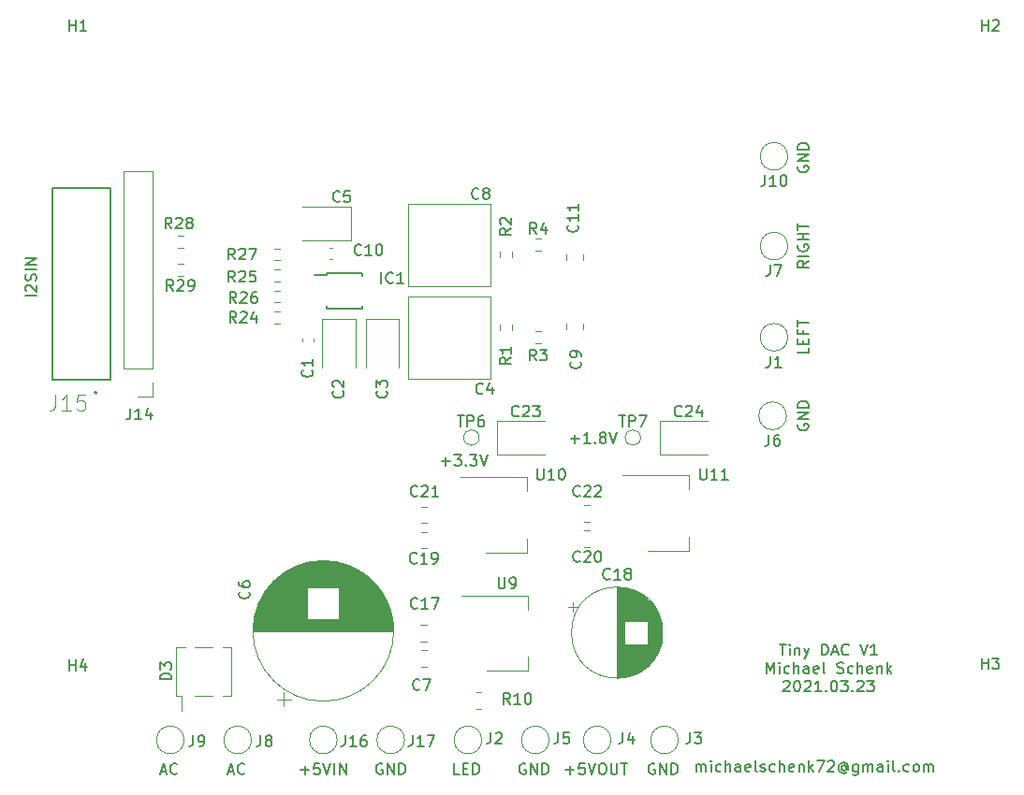
<source format=gbr>
G04 #@! TF.GenerationSoftware,KiCad,Pcbnew,(5.1.9-0-10_14)*
G04 #@! TF.CreationDate,2021-03-23T09:48:54+01:00*
G04 #@! TF.ProjectId,dac-cs4344,6461632d-6373-4343-9334-342e6b696361,rev?*
G04 #@! TF.SameCoordinates,Original*
G04 #@! TF.FileFunction,Legend,Top*
G04 #@! TF.FilePolarity,Positive*
%FSLAX46Y46*%
G04 Gerber Fmt 4.6, Leading zero omitted, Abs format (unit mm)*
G04 Created by KiCad (PCBNEW (5.1.9-0-10_14)) date 2021-03-23 09:48:54*
%MOMM*%
%LPD*%
G01*
G04 APERTURE LIST*
%ADD10C,0.150000*%
%ADD11C,0.120000*%
%ADD12C,0.127000*%
%ADD13C,0.200000*%
%ADD14C,0.015000*%
G04 APERTURE END LIST*
D10*
X109926380Y-81851285D02*
X108926380Y-81851285D01*
X109021619Y-81422714D02*
X108974000Y-81375095D01*
X108926380Y-81279857D01*
X108926380Y-81041761D01*
X108974000Y-80946523D01*
X109021619Y-80898904D01*
X109116857Y-80851285D01*
X109212095Y-80851285D01*
X109354952Y-80898904D01*
X109926380Y-81470333D01*
X109926380Y-80851285D01*
X109878761Y-80470333D02*
X109926380Y-80327476D01*
X109926380Y-80089380D01*
X109878761Y-79994142D01*
X109831142Y-79946523D01*
X109735904Y-79898904D01*
X109640666Y-79898904D01*
X109545428Y-79946523D01*
X109497809Y-79994142D01*
X109450190Y-80089380D01*
X109402571Y-80279857D01*
X109354952Y-80375095D01*
X109307333Y-80422714D01*
X109212095Y-80470333D01*
X109116857Y-80470333D01*
X109021619Y-80422714D01*
X108974000Y-80375095D01*
X108926380Y-80279857D01*
X108926380Y-80041761D01*
X108974000Y-79898904D01*
X109926380Y-79470333D02*
X108926380Y-79470333D01*
X109926380Y-78994142D02*
X108926380Y-78994142D01*
X109926380Y-78422714D01*
X108926380Y-78422714D01*
X179776380Y-86550380D02*
X179776380Y-87026571D01*
X178776380Y-87026571D01*
X179252571Y-86217047D02*
X179252571Y-85883714D01*
X179776380Y-85740857D02*
X179776380Y-86217047D01*
X178776380Y-86217047D01*
X178776380Y-85740857D01*
X179252571Y-84978952D02*
X179252571Y-85312285D01*
X179776380Y-85312285D02*
X178776380Y-85312285D01*
X178776380Y-84836095D01*
X178776380Y-84598000D02*
X178776380Y-84026571D01*
X179776380Y-84312285D02*
X178776380Y-84312285D01*
X178824000Y-93471904D02*
X178776380Y-93567142D01*
X178776380Y-93710000D01*
X178824000Y-93852857D01*
X178919238Y-93948095D01*
X179014476Y-93995714D01*
X179204952Y-94043333D01*
X179347809Y-94043333D01*
X179538285Y-93995714D01*
X179633523Y-93948095D01*
X179728761Y-93852857D01*
X179776380Y-93710000D01*
X179776380Y-93614761D01*
X179728761Y-93471904D01*
X179681142Y-93424285D01*
X179347809Y-93424285D01*
X179347809Y-93614761D01*
X179776380Y-92995714D02*
X178776380Y-92995714D01*
X179776380Y-92424285D01*
X178776380Y-92424285D01*
X179776380Y-91948095D02*
X178776380Y-91948095D01*
X178776380Y-91710000D01*
X178824000Y-91567142D01*
X178919238Y-91471904D01*
X179014476Y-91424285D01*
X179204952Y-91376666D01*
X179347809Y-91376666D01*
X179538285Y-91424285D01*
X179633523Y-91471904D01*
X179728761Y-91567142D01*
X179776380Y-91710000D01*
X179776380Y-91948095D01*
X178824000Y-70103904D02*
X178776380Y-70199142D01*
X178776380Y-70342000D01*
X178824000Y-70484857D01*
X178919238Y-70580095D01*
X179014476Y-70627714D01*
X179204952Y-70675333D01*
X179347809Y-70675333D01*
X179538285Y-70627714D01*
X179633523Y-70580095D01*
X179728761Y-70484857D01*
X179776380Y-70342000D01*
X179776380Y-70246761D01*
X179728761Y-70103904D01*
X179681142Y-70056285D01*
X179347809Y-70056285D01*
X179347809Y-70246761D01*
X179776380Y-69627714D02*
X178776380Y-69627714D01*
X179776380Y-69056285D01*
X178776380Y-69056285D01*
X179776380Y-68580095D02*
X178776380Y-68580095D01*
X178776380Y-68342000D01*
X178824000Y-68199142D01*
X178919238Y-68103904D01*
X179014476Y-68056285D01*
X179204952Y-68008666D01*
X179347809Y-68008666D01*
X179538285Y-68056285D01*
X179633523Y-68103904D01*
X179728761Y-68199142D01*
X179776380Y-68342000D01*
X179776380Y-68580095D01*
X179776380Y-78676333D02*
X179300190Y-79009666D01*
X179776380Y-79247761D02*
X178776380Y-79247761D01*
X178776380Y-78866809D01*
X178824000Y-78771571D01*
X178871619Y-78723952D01*
X178966857Y-78676333D01*
X179109714Y-78676333D01*
X179204952Y-78723952D01*
X179252571Y-78771571D01*
X179300190Y-78866809D01*
X179300190Y-79247761D01*
X179776380Y-78247761D02*
X178776380Y-78247761D01*
X178824000Y-77247761D02*
X178776380Y-77343000D01*
X178776380Y-77485857D01*
X178824000Y-77628714D01*
X178919238Y-77723952D01*
X179014476Y-77771571D01*
X179204952Y-77819190D01*
X179347809Y-77819190D01*
X179538285Y-77771571D01*
X179633523Y-77723952D01*
X179728761Y-77628714D01*
X179776380Y-77485857D01*
X179776380Y-77390619D01*
X179728761Y-77247761D01*
X179681142Y-77200142D01*
X179347809Y-77200142D01*
X179347809Y-77390619D01*
X179776380Y-76771571D02*
X178776380Y-76771571D01*
X179252571Y-76771571D02*
X179252571Y-76200142D01*
X179776380Y-76200142D02*
X178776380Y-76200142D01*
X178776380Y-75866809D02*
X178776380Y-75295380D01*
X179776380Y-75581095D02*
X178776380Y-75581095D01*
X146590000Y-96845428D02*
X147351904Y-96845428D01*
X146970952Y-97226380D02*
X146970952Y-96464476D01*
X147732857Y-96226380D02*
X148351904Y-96226380D01*
X148018571Y-96607333D01*
X148161428Y-96607333D01*
X148256666Y-96654952D01*
X148304285Y-96702571D01*
X148351904Y-96797809D01*
X148351904Y-97035904D01*
X148304285Y-97131142D01*
X148256666Y-97178761D01*
X148161428Y-97226380D01*
X147875714Y-97226380D01*
X147780476Y-97178761D01*
X147732857Y-97131142D01*
X148780476Y-97131142D02*
X148828095Y-97178761D01*
X148780476Y-97226380D01*
X148732857Y-97178761D01*
X148780476Y-97131142D01*
X148780476Y-97226380D01*
X149161428Y-96226380D02*
X149780476Y-96226380D01*
X149447142Y-96607333D01*
X149590000Y-96607333D01*
X149685238Y-96654952D01*
X149732857Y-96702571D01*
X149780476Y-96797809D01*
X149780476Y-97035904D01*
X149732857Y-97131142D01*
X149685238Y-97178761D01*
X149590000Y-97226380D01*
X149304285Y-97226380D01*
X149209047Y-97178761D01*
X149161428Y-97131142D01*
X150066190Y-96226380D02*
X150399523Y-97226380D01*
X150732857Y-96226380D01*
X158274000Y-94813428D02*
X159035904Y-94813428D01*
X158654952Y-95194380D02*
X158654952Y-94432476D01*
X160035904Y-95194380D02*
X159464476Y-95194380D01*
X159750190Y-95194380D02*
X159750190Y-94194380D01*
X159654952Y-94337238D01*
X159559714Y-94432476D01*
X159464476Y-94480095D01*
X160464476Y-95099142D02*
X160512095Y-95146761D01*
X160464476Y-95194380D01*
X160416857Y-95146761D01*
X160464476Y-95099142D01*
X160464476Y-95194380D01*
X161083523Y-94622952D02*
X160988285Y-94575333D01*
X160940666Y-94527714D01*
X160893047Y-94432476D01*
X160893047Y-94384857D01*
X160940666Y-94289619D01*
X160988285Y-94242000D01*
X161083523Y-94194380D01*
X161274000Y-94194380D01*
X161369238Y-94242000D01*
X161416857Y-94289619D01*
X161464476Y-94384857D01*
X161464476Y-94432476D01*
X161416857Y-94527714D01*
X161369238Y-94575333D01*
X161274000Y-94622952D01*
X161083523Y-94622952D01*
X160988285Y-94670571D01*
X160940666Y-94718190D01*
X160893047Y-94813428D01*
X160893047Y-95003904D01*
X160940666Y-95099142D01*
X160988285Y-95146761D01*
X161083523Y-95194380D01*
X161274000Y-95194380D01*
X161369238Y-95146761D01*
X161416857Y-95099142D01*
X161464476Y-95003904D01*
X161464476Y-94813428D01*
X161416857Y-94718190D01*
X161369238Y-94670571D01*
X161274000Y-94622952D01*
X161750190Y-94194380D02*
X162083523Y-95194380D01*
X162416857Y-94194380D01*
X157813714Y-124785428D02*
X158575619Y-124785428D01*
X158194666Y-125166380D02*
X158194666Y-124404476D01*
X159528000Y-124166380D02*
X159051809Y-124166380D01*
X159004190Y-124642571D01*
X159051809Y-124594952D01*
X159147047Y-124547333D01*
X159385142Y-124547333D01*
X159480380Y-124594952D01*
X159528000Y-124642571D01*
X159575619Y-124737809D01*
X159575619Y-124975904D01*
X159528000Y-125071142D01*
X159480380Y-125118761D01*
X159385142Y-125166380D01*
X159147047Y-125166380D01*
X159051809Y-125118761D01*
X159004190Y-125071142D01*
X159861333Y-124166380D02*
X160194666Y-125166380D01*
X160528000Y-124166380D01*
X161051809Y-124166380D02*
X161242285Y-124166380D01*
X161337523Y-124214000D01*
X161432761Y-124309238D01*
X161480380Y-124499714D01*
X161480380Y-124833047D01*
X161432761Y-125023523D01*
X161337523Y-125118761D01*
X161242285Y-125166380D01*
X161051809Y-125166380D01*
X160956571Y-125118761D01*
X160861333Y-125023523D01*
X160813714Y-124833047D01*
X160813714Y-124499714D01*
X160861333Y-124309238D01*
X160956571Y-124214000D01*
X161051809Y-124166380D01*
X161908952Y-124166380D02*
X161908952Y-124975904D01*
X161956571Y-125071142D01*
X162004190Y-125118761D01*
X162099428Y-125166380D01*
X162289904Y-125166380D01*
X162385142Y-125118761D01*
X162432761Y-125071142D01*
X162480380Y-124975904D01*
X162480380Y-124166380D01*
X162813714Y-124166380D02*
X163385142Y-124166380D01*
X163099428Y-125166380D02*
X163099428Y-124166380D01*
X148201142Y-125166380D02*
X147724952Y-125166380D01*
X147724952Y-124166380D01*
X148534476Y-124642571D02*
X148867809Y-124642571D01*
X149010666Y-125166380D02*
X148534476Y-125166380D01*
X148534476Y-124166380D01*
X149010666Y-124166380D01*
X149439238Y-125166380D02*
X149439238Y-124166380D01*
X149677333Y-124166380D01*
X149820190Y-124214000D01*
X149915428Y-124309238D01*
X149963047Y-124404476D01*
X150010666Y-124594952D01*
X150010666Y-124737809D01*
X149963047Y-124928285D01*
X149915428Y-125023523D01*
X149820190Y-125118761D01*
X149677333Y-125166380D01*
X149439238Y-125166380D01*
X133842380Y-124785428D02*
X134604285Y-124785428D01*
X134223333Y-125166380D02*
X134223333Y-124404476D01*
X135556666Y-124166380D02*
X135080476Y-124166380D01*
X135032857Y-124642571D01*
X135080476Y-124594952D01*
X135175714Y-124547333D01*
X135413809Y-124547333D01*
X135509047Y-124594952D01*
X135556666Y-124642571D01*
X135604285Y-124737809D01*
X135604285Y-124975904D01*
X135556666Y-125071142D01*
X135509047Y-125118761D01*
X135413809Y-125166380D01*
X135175714Y-125166380D01*
X135080476Y-125118761D01*
X135032857Y-125071142D01*
X135890000Y-124166380D02*
X136223333Y-125166380D01*
X136556666Y-124166380D01*
X136890000Y-125166380D02*
X136890000Y-124166380D01*
X137366190Y-125166380D02*
X137366190Y-124166380D01*
X137937619Y-125166380D01*
X137937619Y-124166380D01*
X165862095Y-124214000D02*
X165766857Y-124166380D01*
X165624000Y-124166380D01*
X165481142Y-124214000D01*
X165385904Y-124309238D01*
X165338285Y-124404476D01*
X165290666Y-124594952D01*
X165290666Y-124737809D01*
X165338285Y-124928285D01*
X165385904Y-125023523D01*
X165481142Y-125118761D01*
X165624000Y-125166380D01*
X165719238Y-125166380D01*
X165862095Y-125118761D01*
X165909714Y-125071142D01*
X165909714Y-124737809D01*
X165719238Y-124737809D01*
X166338285Y-125166380D02*
X166338285Y-124166380D01*
X166909714Y-125166380D01*
X166909714Y-124166380D01*
X167385904Y-125166380D02*
X167385904Y-124166380D01*
X167624000Y-124166380D01*
X167766857Y-124214000D01*
X167862095Y-124309238D01*
X167909714Y-124404476D01*
X167957333Y-124594952D01*
X167957333Y-124737809D01*
X167909714Y-124928285D01*
X167862095Y-125023523D01*
X167766857Y-125118761D01*
X167624000Y-125166380D01*
X167385904Y-125166380D01*
X154178095Y-124214000D02*
X154082857Y-124166380D01*
X153940000Y-124166380D01*
X153797142Y-124214000D01*
X153701904Y-124309238D01*
X153654285Y-124404476D01*
X153606666Y-124594952D01*
X153606666Y-124737809D01*
X153654285Y-124928285D01*
X153701904Y-125023523D01*
X153797142Y-125118761D01*
X153940000Y-125166380D01*
X154035238Y-125166380D01*
X154178095Y-125118761D01*
X154225714Y-125071142D01*
X154225714Y-124737809D01*
X154035238Y-124737809D01*
X154654285Y-125166380D02*
X154654285Y-124166380D01*
X155225714Y-125166380D01*
X155225714Y-124166380D01*
X155701904Y-125166380D02*
X155701904Y-124166380D01*
X155940000Y-124166380D01*
X156082857Y-124214000D01*
X156178095Y-124309238D01*
X156225714Y-124404476D01*
X156273333Y-124594952D01*
X156273333Y-124737809D01*
X156225714Y-124928285D01*
X156178095Y-125023523D01*
X156082857Y-125118761D01*
X155940000Y-125166380D01*
X155701904Y-125166380D01*
X141224095Y-124214000D02*
X141128857Y-124166380D01*
X140986000Y-124166380D01*
X140843142Y-124214000D01*
X140747904Y-124309238D01*
X140700285Y-124404476D01*
X140652666Y-124594952D01*
X140652666Y-124737809D01*
X140700285Y-124928285D01*
X140747904Y-125023523D01*
X140843142Y-125118761D01*
X140986000Y-125166380D01*
X141081238Y-125166380D01*
X141224095Y-125118761D01*
X141271714Y-125071142D01*
X141271714Y-124737809D01*
X141081238Y-124737809D01*
X141700285Y-125166380D02*
X141700285Y-124166380D01*
X142271714Y-125166380D01*
X142271714Y-124166380D01*
X142747904Y-125166380D02*
X142747904Y-124166380D01*
X142986000Y-124166380D01*
X143128857Y-124214000D01*
X143224095Y-124309238D01*
X143271714Y-124404476D01*
X143319333Y-124594952D01*
X143319333Y-124737809D01*
X143271714Y-124928285D01*
X143224095Y-125023523D01*
X143128857Y-125118761D01*
X142986000Y-125166380D01*
X142747904Y-125166380D01*
X127277904Y-124880666D02*
X127754095Y-124880666D01*
X127182666Y-125166380D02*
X127516000Y-124166380D01*
X127849333Y-125166380D01*
X128754095Y-125071142D02*
X128706476Y-125118761D01*
X128563619Y-125166380D01*
X128468380Y-125166380D01*
X128325523Y-125118761D01*
X128230285Y-125023523D01*
X128182666Y-124928285D01*
X128135047Y-124737809D01*
X128135047Y-124594952D01*
X128182666Y-124404476D01*
X128230285Y-124309238D01*
X128325523Y-124214000D01*
X128468380Y-124166380D01*
X128563619Y-124166380D01*
X128706476Y-124214000D01*
X128754095Y-124261619D01*
X121181904Y-124880666D02*
X121658095Y-124880666D01*
X121086666Y-125166380D02*
X121420000Y-124166380D01*
X121753333Y-125166380D01*
X122658095Y-125071142D02*
X122610476Y-125118761D01*
X122467619Y-125166380D01*
X122372380Y-125166380D01*
X122229523Y-125118761D01*
X122134285Y-125023523D01*
X122086666Y-124928285D01*
X122039047Y-124737809D01*
X122039047Y-124594952D01*
X122086666Y-124404476D01*
X122134285Y-124309238D01*
X122229523Y-124214000D01*
X122372380Y-124166380D01*
X122467619Y-124166380D01*
X122610476Y-124214000D01*
X122658095Y-124261619D01*
X169625714Y-124912380D02*
X169625714Y-124245714D01*
X169625714Y-124340952D02*
X169673333Y-124293333D01*
X169768571Y-124245714D01*
X169911428Y-124245714D01*
X170006666Y-124293333D01*
X170054285Y-124388571D01*
X170054285Y-124912380D01*
X170054285Y-124388571D02*
X170101904Y-124293333D01*
X170197142Y-124245714D01*
X170340000Y-124245714D01*
X170435238Y-124293333D01*
X170482857Y-124388571D01*
X170482857Y-124912380D01*
X170959047Y-124912380D02*
X170959047Y-124245714D01*
X170959047Y-123912380D02*
X170911428Y-123960000D01*
X170959047Y-124007619D01*
X171006666Y-123960000D01*
X170959047Y-123912380D01*
X170959047Y-124007619D01*
X171863809Y-124864761D02*
X171768571Y-124912380D01*
X171578095Y-124912380D01*
X171482857Y-124864761D01*
X171435238Y-124817142D01*
X171387619Y-124721904D01*
X171387619Y-124436190D01*
X171435238Y-124340952D01*
X171482857Y-124293333D01*
X171578095Y-124245714D01*
X171768571Y-124245714D01*
X171863809Y-124293333D01*
X172292380Y-124912380D02*
X172292380Y-123912380D01*
X172720952Y-124912380D02*
X172720952Y-124388571D01*
X172673333Y-124293333D01*
X172578095Y-124245714D01*
X172435238Y-124245714D01*
X172340000Y-124293333D01*
X172292380Y-124340952D01*
X173625714Y-124912380D02*
X173625714Y-124388571D01*
X173578095Y-124293333D01*
X173482857Y-124245714D01*
X173292380Y-124245714D01*
X173197142Y-124293333D01*
X173625714Y-124864761D02*
X173530476Y-124912380D01*
X173292380Y-124912380D01*
X173197142Y-124864761D01*
X173149523Y-124769523D01*
X173149523Y-124674285D01*
X173197142Y-124579047D01*
X173292380Y-124531428D01*
X173530476Y-124531428D01*
X173625714Y-124483809D01*
X174482857Y-124864761D02*
X174387619Y-124912380D01*
X174197142Y-124912380D01*
X174101904Y-124864761D01*
X174054285Y-124769523D01*
X174054285Y-124388571D01*
X174101904Y-124293333D01*
X174197142Y-124245714D01*
X174387619Y-124245714D01*
X174482857Y-124293333D01*
X174530476Y-124388571D01*
X174530476Y-124483809D01*
X174054285Y-124579047D01*
X175101904Y-124912380D02*
X175006666Y-124864761D01*
X174959047Y-124769523D01*
X174959047Y-123912380D01*
X175435238Y-124864761D02*
X175530476Y-124912380D01*
X175720952Y-124912380D01*
X175816190Y-124864761D01*
X175863809Y-124769523D01*
X175863809Y-124721904D01*
X175816190Y-124626666D01*
X175720952Y-124579047D01*
X175578095Y-124579047D01*
X175482857Y-124531428D01*
X175435238Y-124436190D01*
X175435238Y-124388571D01*
X175482857Y-124293333D01*
X175578095Y-124245714D01*
X175720952Y-124245714D01*
X175816190Y-124293333D01*
X176720952Y-124864761D02*
X176625714Y-124912380D01*
X176435238Y-124912380D01*
X176340000Y-124864761D01*
X176292380Y-124817142D01*
X176244761Y-124721904D01*
X176244761Y-124436190D01*
X176292380Y-124340952D01*
X176340000Y-124293333D01*
X176435238Y-124245714D01*
X176625714Y-124245714D01*
X176720952Y-124293333D01*
X177149523Y-124912380D02*
X177149523Y-123912380D01*
X177578095Y-124912380D02*
X177578095Y-124388571D01*
X177530476Y-124293333D01*
X177435238Y-124245714D01*
X177292380Y-124245714D01*
X177197142Y-124293333D01*
X177149523Y-124340952D01*
X178435238Y-124864761D02*
X178340000Y-124912380D01*
X178149523Y-124912380D01*
X178054285Y-124864761D01*
X178006666Y-124769523D01*
X178006666Y-124388571D01*
X178054285Y-124293333D01*
X178149523Y-124245714D01*
X178340000Y-124245714D01*
X178435238Y-124293333D01*
X178482857Y-124388571D01*
X178482857Y-124483809D01*
X178006666Y-124579047D01*
X178911428Y-124245714D02*
X178911428Y-124912380D01*
X178911428Y-124340952D02*
X178959047Y-124293333D01*
X179054285Y-124245714D01*
X179197142Y-124245714D01*
X179292380Y-124293333D01*
X179340000Y-124388571D01*
X179340000Y-124912380D01*
X179816190Y-124912380D02*
X179816190Y-123912380D01*
X179911428Y-124531428D02*
X180197142Y-124912380D01*
X180197142Y-124245714D02*
X179816190Y-124626666D01*
X180530476Y-123912380D02*
X181197142Y-123912380D01*
X180768571Y-124912380D01*
X181530476Y-124007619D02*
X181578095Y-123960000D01*
X181673333Y-123912380D01*
X181911428Y-123912380D01*
X182006666Y-123960000D01*
X182054285Y-124007619D01*
X182101904Y-124102857D01*
X182101904Y-124198095D01*
X182054285Y-124340952D01*
X181482857Y-124912380D01*
X182101904Y-124912380D01*
X183149523Y-124436190D02*
X183101904Y-124388571D01*
X183006666Y-124340952D01*
X182911428Y-124340952D01*
X182816190Y-124388571D01*
X182768571Y-124436190D01*
X182720952Y-124531428D01*
X182720952Y-124626666D01*
X182768571Y-124721904D01*
X182816190Y-124769523D01*
X182911428Y-124817142D01*
X183006666Y-124817142D01*
X183101904Y-124769523D01*
X183149523Y-124721904D01*
X183149523Y-124340952D02*
X183149523Y-124721904D01*
X183197142Y-124769523D01*
X183244761Y-124769523D01*
X183340000Y-124721904D01*
X183387619Y-124626666D01*
X183387619Y-124388571D01*
X183292380Y-124245714D01*
X183149523Y-124150476D01*
X182959047Y-124102857D01*
X182768571Y-124150476D01*
X182625714Y-124245714D01*
X182530476Y-124388571D01*
X182482857Y-124579047D01*
X182530476Y-124769523D01*
X182625714Y-124912380D01*
X182768571Y-125007619D01*
X182959047Y-125055238D01*
X183149523Y-125007619D01*
X183292380Y-124912380D01*
X184244761Y-124245714D02*
X184244761Y-125055238D01*
X184197142Y-125150476D01*
X184149523Y-125198095D01*
X184054285Y-125245714D01*
X183911428Y-125245714D01*
X183816190Y-125198095D01*
X184244761Y-124864761D02*
X184149523Y-124912380D01*
X183959047Y-124912380D01*
X183863809Y-124864761D01*
X183816190Y-124817142D01*
X183768571Y-124721904D01*
X183768571Y-124436190D01*
X183816190Y-124340952D01*
X183863809Y-124293333D01*
X183959047Y-124245714D01*
X184149523Y-124245714D01*
X184244761Y-124293333D01*
X184720952Y-124912380D02*
X184720952Y-124245714D01*
X184720952Y-124340952D02*
X184768571Y-124293333D01*
X184863809Y-124245714D01*
X185006666Y-124245714D01*
X185101904Y-124293333D01*
X185149523Y-124388571D01*
X185149523Y-124912380D01*
X185149523Y-124388571D02*
X185197142Y-124293333D01*
X185292380Y-124245714D01*
X185435238Y-124245714D01*
X185530476Y-124293333D01*
X185578095Y-124388571D01*
X185578095Y-124912380D01*
X186482857Y-124912380D02*
X186482857Y-124388571D01*
X186435238Y-124293333D01*
X186340000Y-124245714D01*
X186149523Y-124245714D01*
X186054285Y-124293333D01*
X186482857Y-124864761D02*
X186387619Y-124912380D01*
X186149523Y-124912380D01*
X186054285Y-124864761D01*
X186006666Y-124769523D01*
X186006666Y-124674285D01*
X186054285Y-124579047D01*
X186149523Y-124531428D01*
X186387619Y-124531428D01*
X186482857Y-124483809D01*
X186959047Y-124912380D02*
X186959047Y-124245714D01*
X186959047Y-123912380D02*
X186911428Y-123960000D01*
X186959047Y-124007619D01*
X187006666Y-123960000D01*
X186959047Y-123912380D01*
X186959047Y-124007619D01*
X187578095Y-124912380D02*
X187482857Y-124864761D01*
X187435238Y-124769523D01*
X187435238Y-123912380D01*
X187959047Y-124817142D02*
X188006666Y-124864761D01*
X187959047Y-124912380D01*
X187911428Y-124864761D01*
X187959047Y-124817142D01*
X187959047Y-124912380D01*
X188863809Y-124864761D02*
X188768571Y-124912380D01*
X188578095Y-124912380D01*
X188482857Y-124864761D01*
X188435238Y-124817142D01*
X188387619Y-124721904D01*
X188387619Y-124436190D01*
X188435238Y-124340952D01*
X188482857Y-124293333D01*
X188578095Y-124245714D01*
X188768571Y-124245714D01*
X188863809Y-124293333D01*
X189435238Y-124912380D02*
X189340000Y-124864761D01*
X189292380Y-124817142D01*
X189244761Y-124721904D01*
X189244761Y-124436190D01*
X189292380Y-124340952D01*
X189340000Y-124293333D01*
X189435238Y-124245714D01*
X189578095Y-124245714D01*
X189673333Y-124293333D01*
X189720952Y-124340952D01*
X189768571Y-124436190D01*
X189768571Y-124721904D01*
X189720952Y-124817142D01*
X189673333Y-124864761D01*
X189578095Y-124912380D01*
X189435238Y-124912380D01*
X190197142Y-124912380D02*
X190197142Y-124245714D01*
X190197142Y-124340952D02*
X190244761Y-124293333D01*
X190340000Y-124245714D01*
X190482857Y-124245714D01*
X190578095Y-124293333D01*
X190625714Y-124388571D01*
X190625714Y-124912380D01*
X190625714Y-124388571D02*
X190673333Y-124293333D01*
X190768571Y-124245714D01*
X190911428Y-124245714D01*
X191006666Y-124293333D01*
X191054285Y-124388571D01*
X191054285Y-124912380D01*
X177157619Y-113372380D02*
X177729047Y-113372380D01*
X177443333Y-114372380D02*
X177443333Y-113372380D01*
X178062380Y-114372380D02*
X178062380Y-113705714D01*
X178062380Y-113372380D02*
X178014761Y-113420000D01*
X178062380Y-113467619D01*
X178110000Y-113420000D01*
X178062380Y-113372380D01*
X178062380Y-113467619D01*
X178538571Y-113705714D02*
X178538571Y-114372380D01*
X178538571Y-113800952D02*
X178586190Y-113753333D01*
X178681428Y-113705714D01*
X178824285Y-113705714D01*
X178919523Y-113753333D01*
X178967142Y-113848571D01*
X178967142Y-114372380D01*
X179348095Y-113705714D02*
X179586190Y-114372380D01*
X179824285Y-113705714D02*
X179586190Y-114372380D01*
X179490952Y-114610476D01*
X179443333Y-114658095D01*
X179348095Y-114705714D01*
X180967142Y-114372380D02*
X180967142Y-113372380D01*
X181205238Y-113372380D01*
X181348095Y-113420000D01*
X181443333Y-113515238D01*
X181490952Y-113610476D01*
X181538571Y-113800952D01*
X181538571Y-113943809D01*
X181490952Y-114134285D01*
X181443333Y-114229523D01*
X181348095Y-114324761D01*
X181205238Y-114372380D01*
X180967142Y-114372380D01*
X181919523Y-114086666D02*
X182395714Y-114086666D01*
X181824285Y-114372380D02*
X182157619Y-113372380D01*
X182490952Y-114372380D01*
X183395714Y-114277142D02*
X183348095Y-114324761D01*
X183205238Y-114372380D01*
X183110000Y-114372380D01*
X182967142Y-114324761D01*
X182871904Y-114229523D01*
X182824285Y-114134285D01*
X182776666Y-113943809D01*
X182776666Y-113800952D01*
X182824285Y-113610476D01*
X182871904Y-113515238D01*
X182967142Y-113420000D01*
X183110000Y-113372380D01*
X183205238Y-113372380D01*
X183348095Y-113420000D01*
X183395714Y-113467619D01*
X184443333Y-113372380D02*
X184776666Y-114372380D01*
X185110000Y-113372380D01*
X185967142Y-114372380D02*
X185395714Y-114372380D01*
X185681428Y-114372380D02*
X185681428Y-113372380D01*
X185586190Y-113515238D01*
X185490952Y-113610476D01*
X185395714Y-113658095D01*
X175990952Y-116022380D02*
X175990952Y-115022380D01*
X176324285Y-115736666D01*
X176657619Y-115022380D01*
X176657619Y-116022380D01*
X177133809Y-116022380D02*
X177133809Y-115355714D01*
X177133809Y-115022380D02*
X177086190Y-115070000D01*
X177133809Y-115117619D01*
X177181428Y-115070000D01*
X177133809Y-115022380D01*
X177133809Y-115117619D01*
X178038571Y-115974761D02*
X177943333Y-116022380D01*
X177752857Y-116022380D01*
X177657619Y-115974761D01*
X177610000Y-115927142D01*
X177562380Y-115831904D01*
X177562380Y-115546190D01*
X177610000Y-115450952D01*
X177657619Y-115403333D01*
X177752857Y-115355714D01*
X177943333Y-115355714D01*
X178038571Y-115403333D01*
X178467142Y-116022380D02*
X178467142Y-115022380D01*
X178895714Y-116022380D02*
X178895714Y-115498571D01*
X178848095Y-115403333D01*
X178752857Y-115355714D01*
X178610000Y-115355714D01*
X178514761Y-115403333D01*
X178467142Y-115450952D01*
X179800476Y-116022380D02*
X179800476Y-115498571D01*
X179752857Y-115403333D01*
X179657619Y-115355714D01*
X179467142Y-115355714D01*
X179371904Y-115403333D01*
X179800476Y-115974761D02*
X179705238Y-116022380D01*
X179467142Y-116022380D01*
X179371904Y-115974761D01*
X179324285Y-115879523D01*
X179324285Y-115784285D01*
X179371904Y-115689047D01*
X179467142Y-115641428D01*
X179705238Y-115641428D01*
X179800476Y-115593809D01*
X180657619Y-115974761D02*
X180562380Y-116022380D01*
X180371904Y-116022380D01*
X180276666Y-115974761D01*
X180229047Y-115879523D01*
X180229047Y-115498571D01*
X180276666Y-115403333D01*
X180371904Y-115355714D01*
X180562380Y-115355714D01*
X180657619Y-115403333D01*
X180705238Y-115498571D01*
X180705238Y-115593809D01*
X180229047Y-115689047D01*
X181276666Y-116022380D02*
X181181428Y-115974761D01*
X181133809Y-115879523D01*
X181133809Y-115022380D01*
X182371904Y-115974761D02*
X182514761Y-116022380D01*
X182752857Y-116022380D01*
X182848095Y-115974761D01*
X182895714Y-115927142D01*
X182943333Y-115831904D01*
X182943333Y-115736666D01*
X182895714Y-115641428D01*
X182848095Y-115593809D01*
X182752857Y-115546190D01*
X182562380Y-115498571D01*
X182467142Y-115450952D01*
X182419523Y-115403333D01*
X182371904Y-115308095D01*
X182371904Y-115212857D01*
X182419523Y-115117619D01*
X182467142Y-115070000D01*
X182562380Y-115022380D01*
X182800476Y-115022380D01*
X182943333Y-115070000D01*
X183800476Y-115974761D02*
X183705238Y-116022380D01*
X183514761Y-116022380D01*
X183419523Y-115974761D01*
X183371904Y-115927142D01*
X183324285Y-115831904D01*
X183324285Y-115546190D01*
X183371904Y-115450952D01*
X183419523Y-115403333D01*
X183514761Y-115355714D01*
X183705238Y-115355714D01*
X183800476Y-115403333D01*
X184229047Y-116022380D02*
X184229047Y-115022380D01*
X184657619Y-116022380D02*
X184657619Y-115498571D01*
X184610000Y-115403333D01*
X184514761Y-115355714D01*
X184371904Y-115355714D01*
X184276666Y-115403333D01*
X184229047Y-115450952D01*
X185514761Y-115974761D02*
X185419523Y-116022380D01*
X185229047Y-116022380D01*
X185133809Y-115974761D01*
X185086190Y-115879523D01*
X185086190Y-115498571D01*
X185133809Y-115403333D01*
X185229047Y-115355714D01*
X185419523Y-115355714D01*
X185514761Y-115403333D01*
X185562380Y-115498571D01*
X185562380Y-115593809D01*
X185086190Y-115689047D01*
X185990952Y-115355714D02*
X185990952Y-116022380D01*
X185990952Y-115450952D02*
X186038571Y-115403333D01*
X186133809Y-115355714D01*
X186276666Y-115355714D01*
X186371904Y-115403333D01*
X186419523Y-115498571D01*
X186419523Y-116022380D01*
X186895714Y-116022380D02*
X186895714Y-115022380D01*
X186990952Y-115641428D02*
X187276666Y-116022380D01*
X187276666Y-115355714D02*
X186895714Y-115736666D01*
X177514761Y-116767619D02*
X177562380Y-116720000D01*
X177657619Y-116672380D01*
X177895714Y-116672380D01*
X177990952Y-116720000D01*
X178038571Y-116767619D01*
X178086190Y-116862857D01*
X178086190Y-116958095D01*
X178038571Y-117100952D01*
X177467142Y-117672380D01*
X178086190Y-117672380D01*
X178705238Y-116672380D02*
X178800476Y-116672380D01*
X178895714Y-116720000D01*
X178943333Y-116767619D01*
X178990952Y-116862857D01*
X179038571Y-117053333D01*
X179038571Y-117291428D01*
X178990952Y-117481904D01*
X178943333Y-117577142D01*
X178895714Y-117624761D01*
X178800476Y-117672380D01*
X178705238Y-117672380D01*
X178610000Y-117624761D01*
X178562380Y-117577142D01*
X178514761Y-117481904D01*
X178467142Y-117291428D01*
X178467142Y-117053333D01*
X178514761Y-116862857D01*
X178562380Y-116767619D01*
X178610000Y-116720000D01*
X178705238Y-116672380D01*
X179419523Y-116767619D02*
X179467142Y-116720000D01*
X179562380Y-116672380D01*
X179800476Y-116672380D01*
X179895714Y-116720000D01*
X179943333Y-116767619D01*
X179990952Y-116862857D01*
X179990952Y-116958095D01*
X179943333Y-117100952D01*
X179371904Y-117672380D01*
X179990952Y-117672380D01*
X180943333Y-117672380D02*
X180371904Y-117672380D01*
X180657619Y-117672380D02*
X180657619Y-116672380D01*
X180562380Y-116815238D01*
X180467142Y-116910476D01*
X180371904Y-116958095D01*
X181371904Y-117577142D02*
X181419523Y-117624761D01*
X181371904Y-117672380D01*
X181324285Y-117624761D01*
X181371904Y-117577142D01*
X181371904Y-117672380D01*
X182038571Y-116672380D02*
X182133809Y-116672380D01*
X182229047Y-116720000D01*
X182276666Y-116767619D01*
X182324285Y-116862857D01*
X182371904Y-117053333D01*
X182371904Y-117291428D01*
X182324285Y-117481904D01*
X182276666Y-117577142D01*
X182229047Y-117624761D01*
X182133809Y-117672380D01*
X182038571Y-117672380D01*
X181943333Y-117624761D01*
X181895714Y-117577142D01*
X181848095Y-117481904D01*
X181800476Y-117291428D01*
X181800476Y-117053333D01*
X181848095Y-116862857D01*
X181895714Y-116767619D01*
X181943333Y-116720000D01*
X182038571Y-116672380D01*
X182705238Y-116672380D02*
X183324285Y-116672380D01*
X182990952Y-117053333D01*
X183133809Y-117053333D01*
X183229047Y-117100952D01*
X183276666Y-117148571D01*
X183324285Y-117243809D01*
X183324285Y-117481904D01*
X183276666Y-117577142D01*
X183229047Y-117624761D01*
X183133809Y-117672380D01*
X182848095Y-117672380D01*
X182752857Y-117624761D01*
X182705238Y-117577142D01*
X183752857Y-117577142D02*
X183800476Y-117624761D01*
X183752857Y-117672380D01*
X183705238Y-117624761D01*
X183752857Y-117577142D01*
X183752857Y-117672380D01*
X184181428Y-116767619D02*
X184229047Y-116720000D01*
X184324285Y-116672380D01*
X184562380Y-116672380D01*
X184657619Y-116720000D01*
X184705238Y-116767619D01*
X184752857Y-116862857D01*
X184752857Y-116958095D01*
X184705238Y-117100952D01*
X184133809Y-117672380D01*
X184752857Y-117672380D01*
X185086190Y-116672380D02*
X185705238Y-116672380D01*
X185371904Y-117053333D01*
X185514761Y-117053333D01*
X185610000Y-117100952D01*
X185657619Y-117148571D01*
X185705238Y-117243809D01*
X185705238Y-117481904D01*
X185657619Y-117577142D01*
X185610000Y-117624761D01*
X185514761Y-117672380D01*
X185229047Y-117672380D01*
X185133809Y-117624761D01*
X185086190Y-117577142D01*
D11*
X138797000Y-88338000D02*
X138797000Y-83953000D01*
X138797000Y-83953000D02*
X135777000Y-83953000D01*
X135777000Y-83953000D02*
X135777000Y-88338000D01*
X123214224Y-80024500D02*
X122704776Y-80024500D01*
X123214224Y-78979500D02*
X122704776Y-78979500D01*
X123214224Y-77484500D02*
X122704776Y-77484500D01*
X123214224Y-76439500D02*
X122704776Y-76439500D01*
X131420776Y-77582500D02*
X131930224Y-77582500D01*
X131420776Y-78627500D02*
X131930224Y-78627500D01*
X131444276Y-81392500D02*
X131953724Y-81392500D01*
X131444276Y-82437500D02*
X131953724Y-82437500D01*
X131420776Y-79487500D02*
X131930224Y-79487500D01*
X131420776Y-80532500D02*
X131930224Y-80532500D01*
X131420776Y-83297500D02*
X131930224Y-83297500D01*
X131420776Y-84342500D02*
X131930224Y-84342500D01*
X155089776Y-76693500D02*
X155599224Y-76693500D01*
X155089776Y-77738500D02*
X155599224Y-77738500D01*
X151877500Y-78383224D02*
X151877500Y-77873776D01*
X152922500Y-78383224D02*
X152922500Y-77873776D01*
X152922500Y-84430776D02*
X152922500Y-84940224D01*
X151877500Y-84430776D02*
X151877500Y-84940224D01*
D12*
X116624000Y-89475000D02*
X111424000Y-89475000D01*
X116624000Y-72075000D02*
X116624000Y-89475000D01*
X111424000Y-72075000D02*
X116624000Y-72075000D01*
X111424000Y-89475000D02*
X111424000Y-72075000D01*
D13*
X115394000Y-90620000D02*
G75*
G03*
X115394000Y-90620000I-100000J0D01*
G01*
D11*
X120456000Y-70552000D02*
X117796000Y-70552000D01*
X120456000Y-88392000D02*
X120456000Y-70552000D01*
X117796000Y-88392000D02*
X117796000Y-70552000D01*
X120456000Y-88392000D02*
X117796000Y-88392000D01*
X120456000Y-89662000D02*
X120456000Y-90992000D01*
X120456000Y-90992000D02*
X119126000Y-90992000D01*
X177908000Y-77343000D02*
G75*
G03*
X177908000Y-77343000I-1251000J0D01*
G01*
X177781000Y-92710000D02*
G75*
G03*
X177781000Y-92710000I-1251000J0D01*
G01*
X177908000Y-85598000D02*
G75*
G03*
X177908000Y-85598000I-1251000J0D01*
G01*
D10*
X136170000Y-79957000D02*
X135095000Y-79957000D01*
X136170000Y-83032000D02*
X139420000Y-83032000D01*
X136170000Y-79782000D02*
X139420000Y-79782000D01*
X136170000Y-83032000D02*
X136170000Y-82757000D01*
X139420000Y-83032000D02*
X139420000Y-82757000D01*
X139420000Y-79782000D02*
X139420000Y-80057000D01*
X136170000Y-79782000D02*
X136170000Y-79957000D01*
D11*
X157888000Y-78598752D02*
X157888000Y-78076248D01*
X159358000Y-78598752D02*
X159358000Y-78076248D01*
X134013000Y-76821000D02*
X138398000Y-76821000D01*
X138398000Y-76821000D02*
X138398000Y-73801000D01*
X138398000Y-73801000D02*
X134013000Y-73801000D01*
X151000000Y-80936000D02*
X143560000Y-80936000D01*
X151000000Y-73496000D02*
X143560000Y-73496000D01*
X151000000Y-80936000D02*
X151000000Y-73496000D01*
X143560000Y-80936000D02*
X143560000Y-73496000D01*
X136405233Y-77468000D02*
X136697767Y-77468000D01*
X136405233Y-78488000D02*
X136697767Y-78488000D01*
X151000000Y-89318000D02*
X143560000Y-89318000D01*
X151000000Y-81878000D02*
X143560000Y-81878000D01*
X151000000Y-89318000D02*
X151000000Y-81878000D01*
X143560000Y-89318000D02*
X143560000Y-81878000D01*
X142734000Y-88338000D02*
X142734000Y-83953000D01*
X142734000Y-83953000D02*
X139714000Y-83953000D01*
X139714000Y-83953000D02*
X139714000Y-88338000D01*
X155089776Y-86120500D02*
X155599224Y-86120500D01*
X155089776Y-85075500D02*
X155599224Y-85075500D01*
X177908000Y-69215000D02*
G75*
G03*
X177908000Y-69215000I-1251000J0D01*
G01*
X157888000Y-84320748D02*
X157888000Y-84843252D01*
X159358000Y-84320748D02*
X159358000Y-84843252D01*
X135003000Y-85971767D02*
X135003000Y-85679233D01*
X133983000Y-85971767D02*
X133983000Y-85679233D01*
X143237000Y-122047000D02*
G75*
G03*
X143237000Y-122047000I-1251000J0D01*
G01*
X137141000Y-122047000D02*
G75*
G03*
X137141000Y-122047000I-1251000J0D01*
G01*
X168953500Y-104932500D02*
X168953500Y-103672500D01*
X168953500Y-98112500D02*
X168953500Y-99372500D01*
X165193500Y-104932500D02*
X168953500Y-104932500D01*
X162943500Y-98112500D02*
X168953500Y-98112500D01*
X154335000Y-105073500D02*
X154335000Y-103813500D01*
X154335000Y-98253500D02*
X154335000Y-99513500D01*
X150575000Y-105073500D02*
X154335000Y-105073500D01*
X148325000Y-98253500D02*
X154335000Y-98253500D01*
X154412000Y-115791000D02*
X154412000Y-114531000D01*
X154412000Y-108971000D02*
X154412000Y-110231000D01*
X150652000Y-115791000D02*
X154412000Y-115791000D01*
X148402000Y-108971000D02*
X154412000Y-108971000D01*
X164593500Y-94678500D02*
G75*
G03*
X164593500Y-94678500I-700000J0D01*
G01*
X149988500Y-94678500D02*
G75*
G03*
X149988500Y-94678500I-700000J0D01*
G01*
X166301000Y-96188500D02*
X170686000Y-96188500D01*
X166301000Y-93168500D02*
X166301000Y-96188500D01*
X170686000Y-93168500D02*
X166301000Y-93168500D01*
X151569000Y-96188500D02*
X155954000Y-96188500D01*
X151569000Y-93168500D02*
X151569000Y-96188500D01*
X155954000Y-93168500D02*
X151569000Y-93168500D01*
X160005752Y-100801500D02*
X159483248Y-100801500D01*
X160005752Y-102271500D02*
X159483248Y-102271500D01*
X145253252Y-100928500D02*
X144730748Y-100928500D01*
X145253252Y-102398500D02*
X144730748Y-102398500D01*
X160005752Y-103087500D02*
X159483248Y-103087500D01*
X160005752Y-104557500D02*
X159483248Y-104557500D01*
X145231752Y-103214500D02*
X144709248Y-103214500D01*
X145231752Y-104684500D02*
X144709248Y-104684500D01*
X158451302Y-109616500D02*
X158451302Y-110416500D01*
X158051302Y-110016500D02*
X158851302Y-110016500D01*
X166542000Y-111798500D02*
X166542000Y-112864500D01*
X166502000Y-111563500D02*
X166502000Y-113099500D01*
X166462000Y-111383500D02*
X166462000Y-113279500D01*
X166422000Y-111233500D02*
X166422000Y-113429500D01*
X166382000Y-111102500D02*
X166382000Y-113560500D01*
X166342000Y-110985500D02*
X166342000Y-113677500D01*
X166302000Y-110878500D02*
X166302000Y-113784500D01*
X166262000Y-110779500D02*
X166262000Y-113883500D01*
X166222000Y-110686500D02*
X166222000Y-113976500D01*
X166182000Y-110600500D02*
X166182000Y-114062500D01*
X166142000Y-110518500D02*
X166142000Y-114144500D01*
X166102000Y-110441500D02*
X166102000Y-114221500D01*
X166062000Y-110367500D02*
X166062000Y-114295500D01*
X166022000Y-110297500D02*
X166022000Y-114365500D01*
X165982000Y-110229500D02*
X165982000Y-114433500D01*
X165942000Y-110165500D02*
X165942000Y-114497500D01*
X165902000Y-110103500D02*
X165902000Y-114559500D01*
X165862000Y-110044500D02*
X165862000Y-114618500D01*
X165822000Y-109986500D02*
X165822000Y-114676500D01*
X165782000Y-109931500D02*
X165782000Y-114731500D01*
X165742000Y-109877500D02*
X165742000Y-114785500D01*
X165702000Y-109826500D02*
X165702000Y-114836500D01*
X165662000Y-109775500D02*
X165662000Y-114887500D01*
X165622000Y-109727500D02*
X165622000Y-114935500D01*
X165582000Y-109680500D02*
X165582000Y-114982500D01*
X165542000Y-109634500D02*
X165542000Y-115028500D01*
X165502000Y-109590500D02*
X165502000Y-115072500D01*
X165462000Y-109547500D02*
X165462000Y-115115500D01*
X165422000Y-109505500D02*
X165422000Y-115157500D01*
X165382000Y-109464500D02*
X165382000Y-115198500D01*
X165342000Y-109424500D02*
X165342000Y-115238500D01*
X165302000Y-109386500D02*
X165302000Y-115276500D01*
X165262000Y-109348500D02*
X165262000Y-115314500D01*
X165222000Y-113371500D02*
X165222000Y-115350500D01*
X165222000Y-109312500D02*
X165222000Y-111291500D01*
X165182000Y-113371500D02*
X165182000Y-115386500D01*
X165182000Y-109276500D02*
X165182000Y-111291500D01*
X165142000Y-113371500D02*
X165142000Y-115421500D01*
X165142000Y-109241500D02*
X165142000Y-111291500D01*
X165102000Y-113371500D02*
X165102000Y-115455500D01*
X165102000Y-109207500D02*
X165102000Y-111291500D01*
X165062000Y-113371500D02*
X165062000Y-115487500D01*
X165062000Y-109175500D02*
X165062000Y-111291500D01*
X165022000Y-113371500D02*
X165022000Y-115520500D01*
X165022000Y-109142500D02*
X165022000Y-111291500D01*
X164982000Y-113371500D02*
X164982000Y-115551500D01*
X164982000Y-109111500D02*
X164982000Y-111291500D01*
X164942000Y-113371500D02*
X164942000Y-115581500D01*
X164942000Y-109081500D02*
X164942000Y-111291500D01*
X164902000Y-113371500D02*
X164902000Y-115611500D01*
X164902000Y-109051500D02*
X164902000Y-111291500D01*
X164862000Y-113371500D02*
X164862000Y-115640500D01*
X164862000Y-109022500D02*
X164862000Y-111291500D01*
X164822000Y-113371500D02*
X164822000Y-115669500D01*
X164822000Y-108993500D02*
X164822000Y-111291500D01*
X164782000Y-113371500D02*
X164782000Y-115696500D01*
X164782000Y-108966500D02*
X164782000Y-111291500D01*
X164742000Y-113371500D02*
X164742000Y-115723500D01*
X164742000Y-108939500D02*
X164742000Y-111291500D01*
X164702000Y-113371500D02*
X164702000Y-115749500D01*
X164702000Y-108913500D02*
X164702000Y-111291500D01*
X164662000Y-113371500D02*
X164662000Y-115775500D01*
X164662000Y-108887500D02*
X164662000Y-111291500D01*
X164622000Y-113371500D02*
X164622000Y-115800500D01*
X164622000Y-108862500D02*
X164622000Y-111291500D01*
X164582000Y-113371500D02*
X164582000Y-115824500D01*
X164582000Y-108838500D02*
X164582000Y-111291500D01*
X164542000Y-113371500D02*
X164542000Y-115848500D01*
X164542000Y-108814500D02*
X164542000Y-111291500D01*
X164502000Y-113371500D02*
X164502000Y-115871500D01*
X164502000Y-108791500D02*
X164502000Y-111291500D01*
X164462000Y-113371500D02*
X164462000Y-115893500D01*
X164462000Y-108769500D02*
X164462000Y-111291500D01*
X164422000Y-113371500D02*
X164422000Y-115915500D01*
X164422000Y-108747500D02*
X164422000Y-111291500D01*
X164382000Y-113371500D02*
X164382000Y-115937500D01*
X164382000Y-108725500D02*
X164382000Y-111291500D01*
X164342000Y-113371500D02*
X164342000Y-115958500D01*
X164342000Y-108704500D02*
X164342000Y-111291500D01*
X164302000Y-113371500D02*
X164302000Y-115978500D01*
X164302000Y-108684500D02*
X164302000Y-111291500D01*
X164262000Y-113371500D02*
X164262000Y-115997500D01*
X164262000Y-108665500D02*
X164262000Y-111291500D01*
X164222000Y-113371500D02*
X164222000Y-116017500D01*
X164222000Y-108645500D02*
X164222000Y-111291500D01*
X164182000Y-113371500D02*
X164182000Y-116035500D01*
X164182000Y-108627500D02*
X164182000Y-111291500D01*
X164142000Y-113371500D02*
X164142000Y-116053500D01*
X164142000Y-108609500D02*
X164142000Y-111291500D01*
X164102000Y-113371500D02*
X164102000Y-116071500D01*
X164102000Y-108591500D02*
X164102000Y-111291500D01*
X164062000Y-113371500D02*
X164062000Y-116088500D01*
X164062000Y-108574500D02*
X164062000Y-111291500D01*
X164022000Y-113371500D02*
X164022000Y-116105500D01*
X164022000Y-108557500D02*
X164022000Y-111291500D01*
X163982000Y-113371500D02*
X163982000Y-116121500D01*
X163982000Y-108541500D02*
X163982000Y-111291500D01*
X163942000Y-113371500D02*
X163942000Y-116136500D01*
X163942000Y-108526500D02*
X163942000Y-111291500D01*
X163902000Y-113371500D02*
X163902000Y-116152500D01*
X163902000Y-108510500D02*
X163902000Y-111291500D01*
X163862000Y-113371500D02*
X163862000Y-116166500D01*
X163862000Y-108496500D02*
X163862000Y-111291500D01*
X163822000Y-113371500D02*
X163822000Y-116181500D01*
X163822000Y-108481500D02*
X163822000Y-111291500D01*
X163782000Y-113371500D02*
X163782000Y-116194500D01*
X163782000Y-108468500D02*
X163782000Y-111291500D01*
X163742000Y-113371500D02*
X163742000Y-116208500D01*
X163742000Y-108454500D02*
X163742000Y-111291500D01*
X163702000Y-113371500D02*
X163702000Y-116220500D01*
X163702000Y-108442500D02*
X163702000Y-111291500D01*
X163662000Y-113371500D02*
X163662000Y-116233500D01*
X163662000Y-108429500D02*
X163662000Y-111291500D01*
X163622000Y-113371500D02*
X163622000Y-116245500D01*
X163622000Y-108417500D02*
X163622000Y-111291500D01*
X163582000Y-113371500D02*
X163582000Y-116256500D01*
X163582000Y-108406500D02*
X163582000Y-111291500D01*
X163542000Y-113371500D02*
X163542000Y-116267500D01*
X163542000Y-108395500D02*
X163542000Y-111291500D01*
X163502000Y-113371500D02*
X163502000Y-116278500D01*
X163502000Y-108384500D02*
X163502000Y-111291500D01*
X163462000Y-113371500D02*
X163462000Y-116288500D01*
X163462000Y-108374500D02*
X163462000Y-111291500D01*
X163422000Y-113371500D02*
X163422000Y-116298500D01*
X163422000Y-108364500D02*
X163422000Y-111291500D01*
X163382000Y-113371500D02*
X163382000Y-116307500D01*
X163382000Y-108355500D02*
X163382000Y-111291500D01*
X163342000Y-113371500D02*
X163342000Y-116316500D01*
X163342000Y-108346500D02*
X163342000Y-111291500D01*
X163302000Y-113371500D02*
X163302000Y-116325500D01*
X163302000Y-108337500D02*
X163302000Y-111291500D01*
X163262000Y-113371500D02*
X163262000Y-116333500D01*
X163262000Y-108329500D02*
X163262000Y-111291500D01*
X163222000Y-113371500D02*
X163222000Y-116341500D01*
X163222000Y-108321500D02*
X163222000Y-111291500D01*
X163182000Y-113371500D02*
X163182000Y-116348500D01*
X163182000Y-108314500D02*
X163182000Y-111291500D01*
X163141000Y-108307500D02*
X163141000Y-116355500D01*
X163101000Y-108301500D02*
X163101000Y-116361500D01*
X163061000Y-108294500D02*
X163061000Y-116368500D01*
X163021000Y-108289500D02*
X163021000Y-116373500D01*
X162981000Y-108283500D02*
X162981000Y-116379500D01*
X162941000Y-108279500D02*
X162941000Y-116383500D01*
X162901000Y-108274500D02*
X162901000Y-116388500D01*
X162861000Y-108270500D02*
X162861000Y-116392500D01*
X162821000Y-108266500D02*
X162821000Y-116396500D01*
X162781000Y-108263500D02*
X162781000Y-116399500D01*
X162741000Y-108260500D02*
X162741000Y-116402500D01*
X162701000Y-108257500D02*
X162701000Y-116405500D01*
X162661000Y-108255500D02*
X162661000Y-116407500D01*
X162621000Y-108254500D02*
X162621000Y-116408500D01*
X162581000Y-108252500D02*
X162581000Y-116410500D01*
X162541000Y-108251500D02*
X162541000Y-116411500D01*
X162501000Y-108251500D02*
X162501000Y-116411500D01*
X162461000Y-108251500D02*
X162461000Y-116411500D01*
X166581000Y-112331500D02*
G75*
G03*
X166581000Y-112331500I-4120000J0D01*
G01*
X145210252Y-111660000D02*
X144687748Y-111660000D01*
X145210252Y-113130000D02*
X144687748Y-113130000D01*
X149743936Y-119226000D02*
X150198064Y-119226000D01*
X149743936Y-117756000D02*
X150198064Y-117756000D01*
X123298000Y-122047000D02*
G75*
G03*
X123298000Y-122047000I-1251000J0D01*
G01*
X129394000Y-122047000D02*
G75*
G03*
X129394000Y-122047000I-1251000J0D01*
G01*
X156318000Y-122047000D02*
G75*
G03*
X156318000Y-122047000I-1251000J0D01*
G01*
X161906000Y-122047000D02*
G75*
G03*
X161906000Y-122047000I-1251000J0D01*
G01*
X168002000Y-122047000D02*
G75*
G03*
X168002000Y-122047000I-1251000J0D01*
G01*
X150222000Y-122047000D02*
G75*
G03*
X150222000Y-122047000I-1251000J0D01*
G01*
X127595000Y-118024000D02*
X126795000Y-118024000D01*
X127595000Y-113624000D02*
X127595000Y-118024000D01*
X126795000Y-113624000D02*
X127595000Y-113624000D01*
X122595000Y-113624000D02*
X122595000Y-118024000D01*
X123395000Y-113624000D02*
X122595000Y-113624000D01*
X124295000Y-118024000D02*
X125895000Y-118024000D01*
X124295000Y-113624000D02*
X125895000Y-113624000D01*
X123095000Y-118024000D02*
X123095000Y-119424000D01*
X122595000Y-118024000D02*
X123095000Y-118024000D01*
X145231752Y-113946000D02*
X144709248Y-113946000D01*
X145231752Y-115416000D02*
X144709248Y-115416000D01*
X131690000Y-118373082D02*
X132940000Y-118373082D01*
X132315000Y-118998082D02*
X132315000Y-117748082D01*
X135573000Y-105820000D02*
X136207000Y-105820000D01*
X135133000Y-105860000D02*
X136647000Y-105860000D01*
X134862000Y-105900000D02*
X136918000Y-105900000D01*
X134649000Y-105940000D02*
X137131000Y-105940000D01*
X134468000Y-105980000D02*
X137312000Y-105980000D01*
X134307000Y-106020000D02*
X137473000Y-106020000D01*
X134162000Y-106060000D02*
X137618000Y-106060000D01*
X134029000Y-106100000D02*
X137751000Y-106100000D01*
X133906000Y-106140000D02*
X137874000Y-106140000D01*
X133790000Y-106180000D02*
X137990000Y-106180000D01*
X133681000Y-106220000D02*
X138099000Y-106220000D01*
X133578000Y-106260000D02*
X138202000Y-106260000D01*
X133480000Y-106300000D02*
X138300000Y-106300000D01*
X133386000Y-106340000D02*
X138394000Y-106340000D01*
X133296000Y-106380000D02*
X138484000Y-106380000D01*
X133209000Y-106420000D02*
X138571000Y-106420000D01*
X133126000Y-106460000D02*
X138654000Y-106460000D01*
X133046000Y-106500000D02*
X138734000Y-106500000D01*
X132969000Y-106540000D02*
X138811000Y-106540000D01*
X132894000Y-106580000D02*
X138886000Y-106580000D01*
X132821000Y-106620000D02*
X138959000Y-106620000D01*
X132750000Y-106660000D02*
X139030000Y-106660000D01*
X132682000Y-106700000D02*
X139098000Y-106700000D01*
X132615000Y-106740000D02*
X139165000Y-106740000D01*
X132551000Y-106780000D02*
X139229000Y-106780000D01*
X132488000Y-106820000D02*
X139292000Y-106820000D01*
X132426000Y-106860000D02*
X139354000Y-106860000D01*
X132366000Y-106900000D02*
X139414000Y-106900000D01*
X132307000Y-106940000D02*
X139473000Y-106940000D01*
X132250000Y-106980000D02*
X139530000Y-106980000D01*
X132194000Y-107020000D02*
X139586000Y-107020000D01*
X132140000Y-107060000D02*
X139640000Y-107060000D01*
X132086000Y-107100000D02*
X139694000Y-107100000D01*
X132034000Y-107140000D02*
X139746000Y-107140000D01*
X131983000Y-107180000D02*
X139797000Y-107180000D01*
X131933000Y-107220000D02*
X139847000Y-107220000D01*
X131883000Y-107260000D02*
X139897000Y-107260000D01*
X131835000Y-107300000D02*
X139945000Y-107300000D01*
X131788000Y-107340000D02*
X139992000Y-107340000D01*
X131742000Y-107380000D02*
X140038000Y-107380000D01*
X131696000Y-107420000D02*
X140084000Y-107420000D01*
X131652000Y-107460000D02*
X140128000Y-107460000D01*
X131608000Y-107500000D02*
X140172000Y-107500000D01*
X131565000Y-107540000D02*
X140215000Y-107540000D01*
X131523000Y-107580000D02*
X140257000Y-107580000D01*
X131482000Y-107620000D02*
X140298000Y-107620000D01*
X131441000Y-107660000D02*
X140339000Y-107660000D01*
X131401000Y-107700000D02*
X140379000Y-107700000D01*
X131362000Y-107740000D02*
X140418000Y-107740000D01*
X131323000Y-107780000D02*
X140457000Y-107780000D01*
X131285000Y-107820000D02*
X140495000Y-107820000D01*
X131248000Y-107860000D02*
X140532000Y-107860000D01*
X131212000Y-107900000D02*
X140568000Y-107900000D01*
X131176000Y-107940000D02*
X140604000Y-107940000D01*
X131140000Y-107980000D02*
X140640000Y-107980000D01*
X131105000Y-108020000D02*
X140675000Y-108020000D01*
X131071000Y-108060000D02*
X140709000Y-108060000D01*
X131038000Y-108100000D02*
X140742000Y-108100000D01*
X131005000Y-108140000D02*
X140775000Y-108140000D01*
X130972000Y-108180000D02*
X140808000Y-108180000D01*
X130940000Y-108220000D02*
X140840000Y-108220000D01*
X137330000Y-108260000D02*
X140872000Y-108260000D01*
X130908000Y-108260000D02*
X134450000Y-108260000D01*
X137330000Y-108300000D02*
X140902000Y-108300000D01*
X130878000Y-108300000D02*
X134450000Y-108300000D01*
X137330000Y-108340000D02*
X140933000Y-108340000D01*
X130847000Y-108340000D02*
X134450000Y-108340000D01*
X137330000Y-108380000D02*
X140963000Y-108380000D01*
X130817000Y-108380000D02*
X134450000Y-108380000D01*
X137330000Y-108420000D02*
X140992000Y-108420000D01*
X130788000Y-108420000D02*
X134450000Y-108420000D01*
X137330000Y-108460000D02*
X141021000Y-108460000D01*
X130759000Y-108460000D02*
X134450000Y-108460000D01*
X137330000Y-108500000D02*
X141050000Y-108500000D01*
X130730000Y-108500000D02*
X134450000Y-108500000D01*
X137330000Y-108540000D02*
X141078000Y-108540000D01*
X130702000Y-108540000D02*
X134450000Y-108540000D01*
X137330000Y-108580000D02*
X141106000Y-108580000D01*
X130674000Y-108580000D02*
X134450000Y-108580000D01*
X137330000Y-108620000D02*
X141133000Y-108620000D01*
X130647000Y-108620000D02*
X134450000Y-108620000D01*
X137330000Y-108660000D02*
X141160000Y-108660000D01*
X130620000Y-108660000D02*
X134450000Y-108660000D01*
X137330000Y-108700000D02*
X141186000Y-108700000D01*
X130594000Y-108700000D02*
X134450000Y-108700000D01*
X137330000Y-108740000D02*
X141212000Y-108740000D01*
X130568000Y-108740000D02*
X134450000Y-108740000D01*
X137330000Y-108780000D02*
X141237000Y-108780000D01*
X130543000Y-108780000D02*
X134450000Y-108780000D01*
X137330000Y-108820000D02*
X141262000Y-108820000D01*
X130518000Y-108820000D02*
X134450000Y-108820000D01*
X137330000Y-108860000D02*
X141287000Y-108860000D01*
X130493000Y-108860000D02*
X134450000Y-108860000D01*
X137330000Y-108900000D02*
X141311000Y-108900000D01*
X130469000Y-108900000D02*
X134450000Y-108900000D01*
X137330000Y-108940000D02*
X141335000Y-108940000D01*
X130445000Y-108940000D02*
X134450000Y-108940000D01*
X137330000Y-108980000D02*
X141358000Y-108980000D01*
X130422000Y-108980000D02*
X134450000Y-108980000D01*
X137330000Y-109020000D02*
X141381000Y-109020000D01*
X130399000Y-109020000D02*
X134450000Y-109020000D01*
X137330000Y-109060000D02*
X141404000Y-109060000D01*
X130376000Y-109060000D02*
X134450000Y-109060000D01*
X137330000Y-109100000D02*
X141426000Y-109100000D01*
X130354000Y-109100000D02*
X134450000Y-109100000D01*
X137330000Y-109140000D02*
X141448000Y-109140000D01*
X130332000Y-109140000D02*
X134450000Y-109140000D01*
X137330000Y-109180000D02*
X141470000Y-109180000D01*
X130310000Y-109180000D02*
X134450000Y-109180000D01*
X137330000Y-109220000D02*
X141491000Y-109220000D01*
X130289000Y-109220000D02*
X134450000Y-109220000D01*
X137330000Y-109260000D02*
X141512000Y-109260000D01*
X130268000Y-109260000D02*
X134450000Y-109260000D01*
X137330000Y-109300000D02*
X141532000Y-109300000D01*
X130248000Y-109300000D02*
X134450000Y-109300000D01*
X137330000Y-109340000D02*
X141552000Y-109340000D01*
X130228000Y-109340000D02*
X134450000Y-109340000D01*
X137330000Y-109380000D02*
X141572000Y-109380000D01*
X130208000Y-109380000D02*
X134450000Y-109380000D01*
X137330000Y-109420000D02*
X141592000Y-109420000D01*
X130188000Y-109420000D02*
X134450000Y-109420000D01*
X137330000Y-109460000D02*
X141611000Y-109460000D01*
X130169000Y-109460000D02*
X134450000Y-109460000D01*
X137330000Y-109500000D02*
X141629000Y-109500000D01*
X130151000Y-109500000D02*
X134450000Y-109500000D01*
X137330000Y-109540000D02*
X141648000Y-109540000D01*
X130132000Y-109540000D02*
X134450000Y-109540000D01*
X137330000Y-109580000D02*
X141666000Y-109580000D01*
X130114000Y-109580000D02*
X134450000Y-109580000D01*
X137330000Y-109620000D02*
X141683000Y-109620000D01*
X130097000Y-109620000D02*
X134450000Y-109620000D01*
X137330000Y-109660000D02*
X141701000Y-109660000D01*
X130079000Y-109660000D02*
X134450000Y-109660000D01*
X137330000Y-109700000D02*
X141718000Y-109700000D01*
X130062000Y-109700000D02*
X134450000Y-109700000D01*
X137330000Y-109740000D02*
X141735000Y-109740000D01*
X130045000Y-109740000D02*
X134450000Y-109740000D01*
X137330000Y-109780000D02*
X141751000Y-109780000D01*
X130029000Y-109780000D02*
X134450000Y-109780000D01*
X137330000Y-109820000D02*
X141767000Y-109820000D01*
X130013000Y-109820000D02*
X134450000Y-109820000D01*
X137330000Y-109860000D02*
X141783000Y-109860000D01*
X129997000Y-109860000D02*
X134450000Y-109860000D01*
X137330000Y-109900000D02*
X141798000Y-109900000D01*
X129982000Y-109900000D02*
X134450000Y-109900000D01*
X137330000Y-109940000D02*
X141814000Y-109940000D01*
X129966000Y-109940000D02*
X134450000Y-109940000D01*
X137330000Y-109980000D02*
X141829000Y-109980000D01*
X129951000Y-109980000D02*
X134450000Y-109980000D01*
X137330000Y-110020000D02*
X141843000Y-110020000D01*
X129937000Y-110020000D02*
X134450000Y-110020000D01*
X137330000Y-110060000D02*
X141857000Y-110060000D01*
X129923000Y-110060000D02*
X134450000Y-110060000D01*
X137330000Y-110100000D02*
X141871000Y-110100000D01*
X129909000Y-110100000D02*
X134450000Y-110100000D01*
X137330000Y-110140000D02*
X141885000Y-110140000D01*
X129895000Y-110140000D02*
X134450000Y-110140000D01*
X137330000Y-110180000D02*
X141898000Y-110180000D01*
X129882000Y-110180000D02*
X134450000Y-110180000D01*
X137330000Y-110220000D02*
X141911000Y-110220000D01*
X129869000Y-110220000D02*
X134450000Y-110220000D01*
X137330000Y-110260000D02*
X141924000Y-110260000D01*
X129856000Y-110260000D02*
X134450000Y-110260000D01*
X137330000Y-110300000D02*
X141937000Y-110300000D01*
X129843000Y-110300000D02*
X134450000Y-110300000D01*
X137330000Y-110340000D02*
X141949000Y-110340000D01*
X129831000Y-110340000D02*
X134450000Y-110340000D01*
X137330000Y-110380000D02*
X141961000Y-110380000D01*
X129819000Y-110380000D02*
X134450000Y-110380000D01*
X137330000Y-110420000D02*
X141973000Y-110420000D01*
X129807000Y-110420000D02*
X134450000Y-110420000D01*
X137330000Y-110460000D02*
X141984000Y-110460000D01*
X129796000Y-110460000D02*
X134450000Y-110460000D01*
X137330000Y-110500000D02*
X141995000Y-110500000D01*
X129785000Y-110500000D02*
X134450000Y-110500000D01*
X137330000Y-110540000D02*
X142006000Y-110540000D01*
X129774000Y-110540000D02*
X134450000Y-110540000D01*
X137330000Y-110580000D02*
X142016000Y-110580000D01*
X129764000Y-110580000D02*
X134450000Y-110580000D01*
X137330000Y-110620000D02*
X142027000Y-110620000D01*
X129753000Y-110620000D02*
X134450000Y-110620000D01*
X137330000Y-110660000D02*
X142036000Y-110660000D01*
X129744000Y-110660000D02*
X134450000Y-110660000D01*
X137330000Y-110700000D02*
X142046000Y-110700000D01*
X129734000Y-110700000D02*
X134450000Y-110700000D01*
X137330000Y-110740000D02*
X142056000Y-110740000D01*
X129724000Y-110740000D02*
X134450000Y-110740000D01*
X137330000Y-110780000D02*
X142065000Y-110780000D01*
X129715000Y-110780000D02*
X134450000Y-110780000D01*
X137330000Y-110820000D02*
X142074000Y-110820000D01*
X129706000Y-110820000D02*
X134450000Y-110820000D01*
X137330000Y-110860000D02*
X142082000Y-110860000D01*
X129698000Y-110860000D02*
X134450000Y-110860000D01*
X137330000Y-110900000D02*
X142091000Y-110900000D01*
X129689000Y-110900000D02*
X134450000Y-110900000D01*
X137330000Y-110940000D02*
X142099000Y-110940000D01*
X129681000Y-110940000D02*
X134450000Y-110940000D01*
X137330000Y-110980000D02*
X142106000Y-110980000D01*
X129674000Y-110980000D02*
X134450000Y-110980000D01*
X137330000Y-111020000D02*
X142114000Y-111020000D01*
X129666000Y-111020000D02*
X134450000Y-111020000D01*
X137330000Y-111060000D02*
X142121000Y-111060000D01*
X129659000Y-111060000D02*
X134450000Y-111060000D01*
X137330000Y-111100000D02*
X142128000Y-111100000D01*
X129652000Y-111100000D02*
X134450000Y-111100000D01*
X129645000Y-111140000D02*
X142135000Y-111140000D01*
X129638000Y-111180000D02*
X142142000Y-111180000D01*
X129632000Y-111220000D02*
X142148000Y-111220000D01*
X129626000Y-111260000D02*
X142154000Y-111260000D01*
X129621000Y-111300000D02*
X142159000Y-111300000D01*
X129615000Y-111340000D02*
X142165000Y-111340000D01*
X129610000Y-111380000D02*
X142170000Y-111380000D01*
X129605000Y-111420000D02*
X142175000Y-111420000D01*
X129600000Y-111460000D02*
X142180000Y-111460000D01*
X129596000Y-111501000D02*
X142184000Y-111501000D01*
X129592000Y-111541000D02*
X142188000Y-111541000D01*
X129588000Y-111581000D02*
X142192000Y-111581000D01*
X129584000Y-111621000D02*
X142196000Y-111621000D01*
X129581000Y-111661000D02*
X142199000Y-111661000D01*
X129578000Y-111701000D02*
X142202000Y-111701000D01*
X129575000Y-111741000D02*
X142205000Y-111741000D01*
X129572000Y-111781000D02*
X142208000Y-111781000D01*
X129570000Y-111821000D02*
X142210000Y-111821000D01*
X129568000Y-111861000D02*
X142212000Y-111861000D01*
X129566000Y-111901000D02*
X142214000Y-111901000D01*
X129564000Y-111941000D02*
X142216000Y-111941000D01*
X129563000Y-111981000D02*
X142217000Y-111981000D01*
X129562000Y-112021000D02*
X142218000Y-112021000D01*
X129561000Y-112061000D02*
X142219000Y-112061000D01*
X129560000Y-112101000D02*
X142220000Y-112101000D01*
X129560000Y-112141000D02*
X142220000Y-112141000D01*
X129560000Y-112181000D02*
X142220000Y-112181000D01*
X142260000Y-112181000D02*
G75*
G03*
X142260000Y-112181000I-6370000J0D01*
G01*
D10*
X137644142Y-90463666D02*
X137691761Y-90511285D01*
X137739380Y-90654142D01*
X137739380Y-90749380D01*
X137691761Y-90892238D01*
X137596523Y-90987476D01*
X137501285Y-91035095D01*
X137310809Y-91082714D01*
X137167952Y-91082714D01*
X136977476Y-91035095D01*
X136882238Y-90987476D01*
X136787000Y-90892238D01*
X136739380Y-90749380D01*
X136739380Y-90654142D01*
X136787000Y-90511285D01*
X136834619Y-90463666D01*
X136834619Y-90082714D02*
X136787000Y-90035095D01*
X136739380Y-89939857D01*
X136739380Y-89701761D01*
X136787000Y-89606523D01*
X136834619Y-89558904D01*
X136929857Y-89511285D01*
X137025095Y-89511285D01*
X137167952Y-89558904D01*
X137739380Y-90130333D01*
X137739380Y-89511285D01*
X122316642Y-81384380D02*
X121983309Y-80908190D01*
X121745214Y-81384380D02*
X121745214Y-80384380D01*
X122126166Y-80384380D01*
X122221404Y-80432000D01*
X122269023Y-80479619D01*
X122316642Y-80574857D01*
X122316642Y-80717714D01*
X122269023Y-80812952D01*
X122221404Y-80860571D01*
X122126166Y-80908190D01*
X121745214Y-80908190D01*
X122697595Y-80479619D02*
X122745214Y-80432000D01*
X122840452Y-80384380D01*
X123078547Y-80384380D01*
X123173785Y-80432000D01*
X123221404Y-80479619D01*
X123269023Y-80574857D01*
X123269023Y-80670095D01*
X123221404Y-80812952D01*
X122649976Y-81384380D01*
X123269023Y-81384380D01*
X123745214Y-81384380D02*
X123935690Y-81384380D01*
X124030928Y-81336761D01*
X124078547Y-81289142D01*
X124173785Y-81146285D01*
X124221404Y-80955809D01*
X124221404Y-80574857D01*
X124173785Y-80479619D01*
X124126166Y-80432000D01*
X124030928Y-80384380D01*
X123840452Y-80384380D01*
X123745214Y-80432000D01*
X123697595Y-80479619D01*
X123649976Y-80574857D01*
X123649976Y-80812952D01*
X123697595Y-80908190D01*
X123745214Y-80955809D01*
X123840452Y-81003428D01*
X124030928Y-81003428D01*
X124126166Y-80955809D01*
X124173785Y-80908190D01*
X124221404Y-80812952D01*
X122166142Y-75763380D02*
X121832809Y-75287190D01*
X121594714Y-75763380D02*
X121594714Y-74763380D01*
X121975666Y-74763380D01*
X122070904Y-74811000D01*
X122118523Y-74858619D01*
X122166142Y-74953857D01*
X122166142Y-75096714D01*
X122118523Y-75191952D01*
X122070904Y-75239571D01*
X121975666Y-75287190D01*
X121594714Y-75287190D01*
X122547095Y-74858619D02*
X122594714Y-74811000D01*
X122689952Y-74763380D01*
X122928047Y-74763380D01*
X123023285Y-74811000D01*
X123070904Y-74858619D01*
X123118523Y-74953857D01*
X123118523Y-75049095D01*
X123070904Y-75191952D01*
X122499476Y-75763380D01*
X123118523Y-75763380D01*
X123689952Y-75191952D02*
X123594714Y-75144333D01*
X123547095Y-75096714D01*
X123499476Y-75001476D01*
X123499476Y-74953857D01*
X123547095Y-74858619D01*
X123594714Y-74811000D01*
X123689952Y-74763380D01*
X123880428Y-74763380D01*
X123975666Y-74811000D01*
X124023285Y-74858619D01*
X124070904Y-74953857D01*
X124070904Y-75001476D01*
X124023285Y-75096714D01*
X123975666Y-75144333D01*
X123880428Y-75191952D01*
X123689952Y-75191952D01*
X123594714Y-75239571D01*
X123547095Y-75287190D01*
X123499476Y-75382428D01*
X123499476Y-75572904D01*
X123547095Y-75668142D01*
X123594714Y-75715761D01*
X123689952Y-75763380D01*
X123880428Y-75763380D01*
X123975666Y-75715761D01*
X124023285Y-75668142D01*
X124070904Y-75572904D01*
X124070904Y-75382428D01*
X124023285Y-75287190D01*
X123975666Y-75239571D01*
X123880428Y-75191952D01*
X127881142Y-78557380D02*
X127547809Y-78081190D01*
X127309714Y-78557380D02*
X127309714Y-77557380D01*
X127690666Y-77557380D01*
X127785904Y-77605000D01*
X127833523Y-77652619D01*
X127881142Y-77747857D01*
X127881142Y-77890714D01*
X127833523Y-77985952D01*
X127785904Y-78033571D01*
X127690666Y-78081190D01*
X127309714Y-78081190D01*
X128262095Y-77652619D02*
X128309714Y-77605000D01*
X128404952Y-77557380D01*
X128643047Y-77557380D01*
X128738285Y-77605000D01*
X128785904Y-77652619D01*
X128833523Y-77747857D01*
X128833523Y-77843095D01*
X128785904Y-77985952D01*
X128214476Y-78557380D01*
X128833523Y-78557380D01*
X129166857Y-77557380D02*
X129833523Y-77557380D01*
X129404952Y-78557380D01*
X128008142Y-82494380D02*
X127674809Y-82018190D01*
X127436714Y-82494380D02*
X127436714Y-81494380D01*
X127817666Y-81494380D01*
X127912904Y-81542000D01*
X127960523Y-81589619D01*
X128008142Y-81684857D01*
X128008142Y-81827714D01*
X127960523Y-81922952D01*
X127912904Y-81970571D01*
X127817666Y-82018190D01*
X127436714Y-82018190D01*
X128389095Y-81589619D02*
X128436714Y-81542000D01*
X128531952Y-81494380D01*
X128770047Y-81494380D01*
X128865285Y-81542000D01*
X128912904Y-81589619D01*
X128960523Y-81684857D01*
X128960523Y-81780095D01*
X128912904Y-81922952D01*
X128341476Y-82494380D01*
X128960523Y-82494380D01*
X129817666Y-81494380D02*
X129627190Y-81494380D01*
X129531952Y-81542000D01*
X129484333Y-81589619D01*
X129389095Y-81732476D01*
X129341476Y-81922952D01*
X129341476Y-82303904D01*
X129389095Y-82399142D01*
X129436714Y-82446761D01*
X129531952Y-82494380D01*
X129722428Y-82494380D01*
X129817666Y-82446761D01*
X129865285Y-82399142D01*
X129912904Y-82303904D01*
X129912904Y-82065809D01*
X129865285Y-81970571D01*
X129817666Y-81922952D01*
X129722428Y-81875333D01*
X129531952Y-81875333D01*
X129436714Y-81922952D01*
X129389095Y-81970571D01*
X129341476Y-82065809D01*
X127881142Y-80589380D02*
X127547809Y-80113190D01*
X127309714Y-80589380D02*
X127309714Y-79589380D01*
X127690666Y-79589380D01*
X127785904Y-79637000D01*
X127833523Y-79684619D01*
X127881142Y-79779857D01*
X127881142Y-79922714D01*
X127833523Y-80017952D01*
X127785904Y-80065571D01*
X127690666Y-80113190D01*
X127309714Y-80113190D01*
X128262095Y-79684619D02*
X128309714Y-79637000D01*
X128404952Y-79589380D01*
X128643047Y-79589380D01*
X128738285Y-79637000D01*
X128785904Y-79684619D01*
X128833523Y-79779857D01*
X128833523Y-79875095D01*
X128785904Y-80017952D01*
X128214476Y-80589380D01*
X128833523Y-80589380D01*
X129738285Y-79589380D02*
X129262095Y-79589380D01*
X129214476Y-80065571D01*
X129262095Y-80017952D01*
X129357333Y-79970333D01*
X129595428Y-79970333D01*
X129690666Y-80017952D01*
X129738285Y-80065571D01*
X129785904Y-80160809D01*
X129785904Y-80398904D01*
X129738285Y-80494142D01*
X129690666Y-80541761D01*
X129595428Y-80589380D01*
X129357333Y-80589380D01*
X129262095Y-80541761D01*
X129214476Y-80494142D01*
X128008142Y-84272380D02*
X127674809Y-83796190D01*
X127436714Y-84272380D02*
X127436714Y-83272380D01*
X127817666Y-83272380D01*
X127912904Y-83320000D01*
X127960523Y-83367619D01*
X128008142Y-83462857D01*
X128008142Y-83605714D01*
X127960523Y-83700952D01*
X127912904Y-83748571D01*
X127817666Y-83796190D01*
X127436714Y-83796190D01*
X128389095Y-83367619D02*
X128436714Y-83320000D01*
X128531952Y-83272380D01*
X128770047Y-83272380D01*
X128865285Y-83320000D01*
X128912904Y-83367619D01*
X128960523Y-83462857D01*
X128960523Y-83558095D01*
X128912904Y-83700952D01*
X128341476Y-84272380D01*
X128960523Y-84272380D01*
X129817666Y-83605714D02*
X129817666Y-84272380D01*
X129579571Y-83224761D02*
X129341476Y-83939047D01*
X129960523Y-83939047D01*
X155177833Y-76238380D02*
X154844500Y-75762190D01*
X154606404Y-76238380D02*
X154606404Y-75238380D01*
X154987357Y-75238380D01*
X155082595Y-75286000D01*
X155130214Y-75333619D01*
X155177833Y-75428857D01*
X155177833Y-75571714D01*
X155130214Y-75666952D01*
X155082595Y-75714571D01*
X154987357Y-75762190D01*
X154606404Y-75762190D01*
X156034976Y-75571714D02*
X156034976Y-76238380D01*
X155796880Y-75190761D02*
X155558785Y-75905047D01*
X156177833Y-75905047D01*
X152852380Y-75731666D02*
X152376190Y-76065000D01*
X152852380Y-76303095D02*
X151852380Y-76303095D01*
X151852380Y-75922142D01*
X151900000Y-75826904D01*
X151947619Y-75779285D01*
X152042857Y-75731666D01*
X152185714Y-75731666D01*
X152280952Y-75779285D01*
X152328571Y-75826904D01*
X152376190Y-75922142D01*
X152376190Y-76303095D01*
X151947619Y-75350714D02*
X151900000Y-75303095D01*
X151852380Y-75207857D01*
X151852380Y-74969761D01*
X151900000Y-74874523D01*
X151947619Y-74826904D01*
X152042857Y-74779285D01*
X152138095Y-74779285D01*
X152280952Y-74826904D01*
X152852380Y-75398333D01*
X152852380Y-74779285D01*
X152852380Y-87415666D02*
X152376190Y-87749000D01*
X152852380Y-87987095D02*
X151852380Y-87987095D01*
X151852380Y-87606142D01*
X151900000Y-87510904D01*
X151947619Y-87463285D01*
X152042857Y-87415666D01*
X152185714Y-87415666D01*
X152280952Y-87463285D01*
X152328571Y-87510904D01*
X152376190Y-87606142D01*
X152376190Y-87987095D01*
X152852380Y-86463285D02*
X152852380Y-87034714D01*
X152852380Y-86749000D02*
X151852380Y-86749000D01*
X151995238Y-86844238D01*
X152090476Y-86939476D01*
X152138095Y-87034714D01*
D14*
X111641557Y-90799583D02*
X111641557Y-91800561D01*
X111574825Y-92000757D01*
X111441361Y-92134221D01*
X111241166Y-92200953D01*
X111107702Y-92200953D01*
X113042927Y-92200953D02*
X112242144Y-92200953D01*
X112642536Y-92200953D02*
X112642536Y-90799583D01*
X112509072Y-90999778D01*
X112375608Y-91133242D01*
X112242144Y-91199974D01*
X114310833Y-90799583D02*
X113643514Y-90799583D01*
X113576782Y-91466902D01*
X113643514Y-91400170D01*
X113776978Y-91333438D01*
X114110638Y-91333438D01*
X114244101Y-91400170D01*
X114310833Y-91466902D01*
X114377565Y-91600365D01*
X114377565Y-91934025D01*
X114310833Y-92067489D01*
X114244101Y-92134221D01*
X114110638Y-92200953D01*
X113776978Y-92200953D01*
X113643514Y-92134221D01*
X113576782Y-92067489D01*
D10*
X118443476Y-92035380D02*
X118443476Y-92749666D01*
X118395857Y-92892523D01*
X118300619Y-92987761D01*
X118157761Y-93035380D01*
X118062523Y-93035380D01*
X119443476Y-93035380D02*
X118872047Y-93035380D01*
X119157761Y-93035380D02*
X119157761Y-92035380D01*
X119062523Y-92178238D01*
X118967285Y-92273476D01*
X118872047Y-92321095D01*
X120300619Y-92368714D02*
X120300619Y-93035380D01*
X120062523Y-91987761D02*
X119824428Y-92702047D01*
X120443476Y-92702047D01*
X176323666Y-79045380D02*
X176323666Y-79759666D01*
X176276047Y-79902523D01*
X176180809Y-79997761D01*
X176037952Y-80045380D01*
X175942714Y-80045380D01*
X176704619Y-79045380D02*
X177371285Y-79045380D01*
X176942714Y-80045380D01*
X176196666Y-94412380D02*
X176196666Y-95126666D01*
X176149047Y-95269523D01*
X176053809Y-95364761D01*
X175910952Y-95412380D01*
X175815714Y-95412380D01*
X177101428Y-94412380D02*
X176910952Y-94412380D01*
X176815714Y-94460000D01*
X176768095Y-94507619D01*
X176672857Y-94650476D01*
X176625238Y-94840952D01*
X176625238Y-95221904D01*
X176672857Y-95317142D01*
X176720476Y-95364761D01*
X176815714Y-95412380D01*
X177006190Y-95412380D01*
X177101428Y-95364761D01*
X177149047Y-95317142D01*
X177196666Y-95221904D01*
X177196666Y-94983809D01*
X177149047Y-94888571D01*
X177101428Y-94840952D01*
X177006190Y-94793333D01*
X176815714Y-94793333D01*
X176720476Y-94840952D01*
X176672857Y-94888571D01*
X176625238Y-94983809D01*
X176323666Y-87300380D02*
X176323666Y-88014666D01*
X176276047Y-88157523D01*
X176180809Y-88252761D01*
X176037952Y-88300380D01*
X175942714Y-88300380D01*
X177323666Y-88300380D02*
X176752238Y-88300380D01*
X177037952Y-88300380D02*
X177037952Y-87300380D01*
X176942714Y-87443238D01*
X176847476Y-87538476D01*
X176752238Y-87586095D01*
X141136809Y-80716380D02*
X141136809Y-79716380D01*
X142184428Y-80621142D02*
X142136809Y-80668761D01*
X141993952Y-80716380D01*
X141898714Y-80716380D01*
X141755857Y-80668761D01*
X141660619Y-80573523D01*
X141613000Y-80478285D01*
X141565380Y-80287809D01*
X141565380Y-80144952D01*
X141613000Y-79954476D01*
X141660619Y-79859238D01*
X141755857Y-79764000D01*
X141898714Y-79716380D01*
X141993952Y-79716380D01*
X142136809Y-79764000D01*
X142184428Y-79811619D01*
X143136809Y-80716380D02*
X142565380Y-80716380D01*
X142851095Y-80716380D02*
X142851095Y-79716380D01*
X142755857Y-79859238D01*
X142660619Y-79954476D01*
X142565380Y-80002095D01*
X158853142Y-75445857D02*
X158900761Y-75493476D01*
X158948380Y-75636333D01*
X158948380Y-75731571D01*
X158900761Y-75874428D01*
X158805523Y-75969666D01*
X158710285Y-76017285D01*
X158519809Y-76064904D01*
X158376952Y-76064904D01*
X158186476Y-76017285D01*
X158091238Y-75969666D01*
X157996000Y-75874428D01*
X157948380Y-75731571D01*
X157948380Y-75636333D01*
X157996000Y-75493476D01*
X158043619Y-75445857D01*
X158948380Y-74493476D02*
X158948380Y-75064904D01*
X158948380Y-74779190D02*
X157948380Y-74779190D01*
X158091238Y-74874428D01*
X158186476Y-74969666D01*
X158234095Y-75064904D01*
X158948380Y-73541095D02*
X158948380Y-74112523D01*
X158948380Y-73826809D02*
X157948380Y-73826809D01*
X158091238Y-73922047D01*
X158186476Y-74017285D01*
X158234095Y-74112523D01*
X139311142Y-78081142D02*
X139263523Y-78128761D01*
X139120666Y-78176380D01*
X139025428Y-78176380D01*
X138882571Y-78128761D01*
X138787333Y-78033523D01*
X138739714Y-77938285D01*
X138692095Y-77747809D01*
X138692095Y-77604952D01*
X138739714Y-77414476D01*
X138787333Y-77319238D01*
X138882571Y-77224000D01*
X139025428Y-77176380D01*
X139120666Y-77176380D01*
X139263523Y-77224000D01*
X139311142Y-77271619D01*
X140263523Y-78176380D02*
X139692095Y-78176380D01*
X139977809Y-78176380D02*
X139977809Y-77176380D01*
X139882571Y-77319238D01*
X139787333Y-77414476D01*
X139692095Y-77462095D01*
X140882571Y-77176380D02*
X140977809Y-77176380D01*
X141073047Y-77224000D01*
X141120666Y-77271619D01*
X141168285Y-77366857D01*
X141215904Y-77557333D01*
X141215904Y-77795428D01*
X141168285Y-77985904D01*
X141120666Y-78081142D01*
X141073047Y-78128761D01*
X140977809Y-78176380D01*
X140882571Y-78176380D01*
X140787333Y-78128761D01*
X140739714Y-78081142D01*
X140692095Y-77985904D01*
X140644476Y-77795428D01*
X140644476Y-77557333D01*
X140692095Y-77366857D01*
X140739714Y-77271619D01*
X140787333Y-77224000D01*
X140882571Y-77176380D01*
X149947333Y-73001142D02*
X149899714Y-73048761D01*
X149756857Y-73096380D01*
X149661619Y-73096380D01*
X149518761Y-73048761D01*
X149423523Y-72953523D01*
X149375904Y-72858285D01*
X149328285Y-72667809D01*
X149328285Y-72524952D01*
X149375904Y-72334476D01*
X149423523Y-72239238D01*
X149518761Y-72144000D01*
X149661619Y-72096380D01*
X149756857Y-72096380D01*
X149899714Y-72144000D01*
X149947333Y-72191619D01*
X150518761Y-72524952D02*
X150423523Y-72477333D01*
X150375904Y-72429714D01*
X150328285Y-72334476D01*
X150328285Y-72286857D01*
X150375904Y-72191619D01*
X150423523Y-72144000D01*
X150518761Y-72096380D01*
X150709238Y-72096380D01*
X150804476Y-72144000D01*
X150852095Y-72191619D01*
X150899714Y-72286857D01*
X150899714Y-72334476D01*
X150852095Y-72429714D01*
X150804476Y-72477333D01*
X150709238Y-72524952D01*
X150518761Y-72524952D01*
X150423523Y-72572571D01*
X150375904Y-72620190D01*
X150328285Y-72715428D01*
X150328285Y-72905904D01*
X150375904Y-73001142D01*
X150423523Y-73048761D01*
X150518761Y-73096380D01*
X150709238Y-73096380D01*
X150804476Y-73048761D01*
X150852095Y-73001142D01*
X150899714Y-72905904D01*
X150899714Y-72715428D01*
X150852095Y-72620190D01*
X150804476Y-72572571D01*
X150709238Y-72524952D01*
X137374333Y-73255142D02*
X137326714Y-73302761D01*
X137183857Y-73350380D01*
X137088619Y-73350380D01*
X136945761Y-73302761D01*
X136850523Y-73207523D01*
X136802904Y-73112285D01*
X136755285Y-72921809D01*
X136755285Y-72778952D01*
X136802904Y-72588476D01*
X136850523Y-72493238D01*
X136945761Y-72398000D01*
X137088619Y-72350380D01*
X137183857Y-72350380D01*
X137326714Y-72398000D01*
X137374333Y-72445619D01*
X138279095Y-72350380D02*
X137802904Y-72350380D01*
X137755285Y-72826571D01*
X137802904Y-72778952D01*
X137898142Y-72731333D01*
X138136238Y-72731333D01*
X138231476Y-72778952D01*
X138279095Y-72826571D01*
X138326714Y-72921809D01*
X138326714Y-73159904D01*
X138279095Y-73255142D01*
X138231476Y-73302761D01*
X138136238Y-73350380D01*
X137898142Y-73350380D01*
X137802904Y-73302761D01*
X137755285Y-73255142D01*
X150328333Y-90654142D02*
X150280714Y-90701761D01*
X150137857Y-90749380D01*
X150042619Y-90749380D01*
X149899761Y-90701761D01*
X149804523Y-90606523D01*
X149756904Y-90511285D01*
X149709285Y-90320809D01*
X149709285Y-90177952D01*
X149756904Y-89987476D01*
X149804523Y-89892238D01*
X149899761Y-89797000D01*
X150042619Y-89749380D01*
X150137857Y-89749380D01*
X150280714Y-89797000D01*
X150328333Y-89844619D01*
X151185476Y-90082714D02*
X151185476Y-90749380D01*
X150947380Y-89701761D02*
X150709285Y-90416047D01*
X151328333Y-90416047D01*
X141581142Y-90463666D02*
X141628761Y-90511285D01*
X141676380Y-90654142D01*
X141676380Y-90749380D01*
X141628761Y-90892238D01*
X141533523Y-90987476D01*
X141438285Y-91035095D01*
X141247809Y-91082714D01*
X141104952Y-91082714D01*
X140914476Y-91035095D01*
X140819238Y-90987476D01*
X140724000Y-90892238D01*
X140676380Y-90749380D01*
X140676380Y-90654142D01*
X140724000Y-90511285D01*
X140771619Y-90463666D01*
X140676380Y-90130333D02*
X140676380Y-89511285D01*
X141057333Y-89844619D01*
X141057333Y-89701761D01*
X141104952Y-89606523D01*
X141152571Y-89558904D01*
X141247809Y-89511285D01*
X141485904Y-89511285D01*
X141581142Y-89558904D01*
X141628761Y-89606523D01*
X141676380Y-89701761D01*
X141676380Y-89987476D01*
X141628761Y-90082714D01*
X141581142Y-90130333D01*
X155154333Y-87701380D02*
X154821000Y-87225190D01*
X154582904Y-87701380D02*
X154582904Y-86701380D01*
X154963857Y-86701380D01*
X155059095Y-86749000D01*
X155106714Y-86796619D01*
X155154333Y-86891857D01*
X155154333Y-87034714D01*
X155106714Y-87129952D01*
X155059095Y-87177571D01*
X154963857Y-87225190D01*
X154582904Y-87225190D01*
X155487666Y-86701380D02*
X156106714Y-86701380D01*
X155773380Y-87082333D01*
X155916238Y-87082333D01*
X156011476Y-87129952D01*
X156059095Y-87177571D01*
X156106714Y-87272809D01*
X156106714Y-87510904D01*
X156059095Y-87606142D01*
X156011476Y-87653761D01*
X155916238Y-87701380D01*
X155630523Y-87701380D01*
X155535285Y-87653761D01*
X155487666Y-87606142D01*
X175847476Y-70917380D02*
X175847476Y-71631666D01*
X175799857Y-71774523D01*
X175704619Y-71869761D01*
X175561761Y-71917380D01*
X175466523Y-71917380D01*
X176847476Y-71917380D02*
X176276047Y-71917380D01*
X176561761Y-71917380D02*
X176561761Y-70917380D01*
X176466523Y-71060238D01*
X176371285Y-71155476D01*
X176276047Y-71203095D01*
X177466523Y-70917380D02*
X177561761Y-70917380D01*
X177657000Y-70965000D01*
X177704619Y-71012619D01*
X177752238Y-71107857D01*
X177799857Y-71298333D01*
X177799857Y-71536428D01*
X177752238Y-71726904D01*
X177704619Y-71822142D01*
X177657000Y-71869761D01*
X177561761Y-71917380D01*
X177466523Y-71917380D01*
X177371285Y-71869761D01*
X177323666Y-71822142D01*
X177276047Y-71726904D01*
X177228428Y-71536428D01*
X177228428Y-71298333D01*
X177276047Y-71107857D01*
X177323666Y-71012619D01*
X177371285Y-70965000D01*
X177466523Y-70917380D01*
X159107142Y-87796666D02*
X159154761Y-87844285D01*
X159202380Y-87987142D01*
X159202380Y-88082380D01*
X159154761Y-88225238D01*
X159059523Y-88320476D01*
X158964285Y-88368095D01*
X158773809Y-88415714D01*
X158630952Y-88415714D01*
X158440476Y-88368095D01*
X158345238Y-88320476D01*
X158250000Y-88225238D01*
X158202380Y-88082380D01*
X158202380Y-87987142D01*
X158250000Y-87844285D01*
X158297619Y-87796666D01*
X159202380Y-87320476D02*
X159202380Y-87130000D01*
X159154761Y-87034761D01*
X159107142Y-86987142D01*
X158964285Y-86891904D01*
X158773809Y-86844285D01*
X158392857Y-86844285D01*
X158297619Y-86891904D01*
X158250000Y-86939523D01*
X158202380Y-87034761D01*
X158202380Y-87225238D01*
X158250000Y-87320476D01*
X158297619Y-87368095D01*
X158392857Y-87415714D01*
X158630952Y-87415714D01*
X158726190Y-87368095D01*
X158773809Y-87320476D01*
X158821428Y-87225238D01*
X158821428Y-87034761D01*
X158773809Y-86939523D01*
X158726190Y-86891904D01*
X158630952Y-86844285D01*
X134850142Y-88558666D02*
X134897761Y-88606285D01*
X134945380Y-88749142D01*
X134945380Y-88844380D01*
X134897761Y-88987238D01*
X134802523Y-89082476D01*
X134707285Y-89130095D01*
X134516809Y-89177714D01*
X134373952Y-89177714D01*
X134183476Y-89130095D01*
X134088238Y-89082476D01*
X133993000Y-88987238D01*
X133945380Y-88844380D01*
X133945380Y-88749142D01*
X133993000Y-88606285D01*
X134040619Y-88558666D01*
X134945380Y-87606285D02*
X134945380Y-88177714D01*
X134945380Y-87892000D02*
X133945380Y-87892000D01*
X134088238Y-87987238D01*
X134183476Y-88082476D01*
X134231095Y-88177714D01*
X143970476Y-121626380D02*
X143970476Y-122340666D01*
X143922857Y-122483523D01*
X143827619Y-122578761D01*
X143684761Y-122626380D01*
X143589523Y-122626380D01*
X144970476Y-122626380D02*
X144399047Y-122626380D01*
X144684761Y-122626380D02*
X144684761Y-121626380D01*
X144589523Y-121769238D01*
X144494285Y-121864476D01*
X144399047Y-121912095D01*
X145303809Y-121626380D02*
X145970476Y-121626380D01*
X145541904Y-122626380D01*
X137874476Y-121626380D02*
X137874476Y-122340666D01*
X137826857Y-122483523D01*
X137731619Y-122578761D01*
X137588761Y-122626380D01*
X137493523Y-122626380D01*
X138874476Y-122626380D02*
X138303047Y-122626380D01*
X138588761Y-122626380D02*
X138588761Y-121626380D01*
X138493523Y-121769238D01*
X138398285Y-121864476D01*
X138303047Y-121912095D01*
X139731619Y-121626380D02*
X139541142Y-121626380D01*
X139445904Y-121674000D01*
X139398285Y-121721619D01*
X139303047Y-121864476D01*
X139255428Y-122054952D01*
X139255428Y-122435904D01*
X139303047Y-122531142D01*
X139350666Y-122578761D01*
X139445904Y-122626380D01*
X139636380Y-122626380D01*
X139731619Y-122578761D01*
X139779238Y-122531142D01*
X139826857Y-122435904D01*
X139826857Y-122197809D01*
X139779238Y-122102571D01*
X139731619Y-122054952D01*
X139636380Y-122007333D01*
X139445904Y-122007333D01*
X139350666Y-122054952D01*
X139303047Y-122102571D01*
X139255428Y-122197809D01*
X169957904Y-97496380D02*
X169957904Y-98305904D01*
X170005523Y-98401142D01*
X170053142Y-98448761D01*
X170148380Y-98496380D01*
X170338857Y-98496380D01*
X170434095Y-98448761D01*
X170481714Y-98401142D01*
X170529333Y-98305904D01*
X170529333Y-97496380D01*
X171529333Y-98496380D02*
X170957904Y-98496380D01*
X171243619Y-98496380D02*
X171243619Y-97496380D01*
X171148380Y-97639238D01*
X171053142Y-97734476D01*
X170957904Y-97782095D01*
X172481714Y-98496380D02*
X171910285Y-98496380D01*
X172196000Y-98496380D02*
X172196000Y-97496380D01*
X172100761Y-97639238D01*
X172005523Y-97734476D01*
X171910285Y-97782095D01*
X155225904Y-97496380D02*
X155225904Y-98305904D01*
X155273523Y-98401142D01*
X155321142Y-98448761D01*
X155416380Y-98496380D01*
X155606857Y-98496380D01*
X155702095Y-98448761D01*
X155749714Y-98401142D01*
X155797333Y-98305904D01*
X155797333Y-97496380D01*
X156797333Y-98496380D02*
X156225904Y-98496380D01*
X156511619Y-98496380D02*
X156511619Y-97496380D01*
X156416380Y-97639238D01*
X156321142Y-97734476D01*
X156225904Y-97782095D01*
X157416380Y-97496380D02*
X157511619Y-97496380D01*
X157606857Y-97544000D01*
X157654476Y-97591619D01*
X157702095Y-97686857D01*
X157749714Y-97877333D01*
X157749714Y-98115428D01*
X157702095Y-98305904D01*
X157654476Y-98401142D01*
X157606857Y-98448761D01*
X157511619Y-98496380D01*
X157416380Y-98496380D01*
X157321142Y-98448761D01*
X157273523Y-98401142D01*
X157225904Y-98305904D01*
X157178285Y-98115428D01*
X157178285Y-97877333D01*
X157225904Y-97686857D01*
X157273523Y-97591619D01*
X157321142Y-97544000D01*
X157416380Y-97496380D01*
X151740095Y-107333380D02*
X151740095Y-108142904D01*
X151787714Y-108238142D01*
X151835333Y-108285761D01*
X151930571Y-108333380D01*
X152121047Y-108333380D01*
X152216285Y-108285761D01*
X152263904Y-108238142D01*
X152311523Y-108142904D01*
X152311523Y-107333380D01*
X152835333Y-108333380D02*
X153025809Y-108333380D01*
X153121047Y-108285761D01*
X153168666Y-108238142D01*
X153263904Y-108095285D01*
X153311523Y-107904809D01*
X153311523Y-107523857D01*
X153263904Y-107428619D01*
X153216285Y-107381000D01*
X153121047Y-107333380D01*
X152930571Y-107333380D01*
X152835333Y-107381000D01*
X152787714Y-107428619D01*
X152740095Y-107523857D01*
X152740095Y-107761952D01*
X152787714Y-107857190D01*
X152835333Y-107904809D01*
X152930571Y-107952428D01*
X153121047Y-107952428D01*
X153216285Y-107904809D01*
X153263904Y-107857190D01*
X153311523Y-107761952D01*
X162631595Y-92682880D02*
X163203023Y-92682880D01*
X162917309Y-93682880D02*
X162917309Y-92682880D01*
X163536357Y-93682880D02*
X163536357Y-92682880D01*
X163917309Y-92682880D01*
X164012547Y-92730500D01*
X164060166Y-92778119D01*
X164107785Y-92873357D01*
X164107785Y-93016214D01*
X164060166Y-93111452D01*
X164012547Y-93159071D01*
X163917309Y-93206690D01*
X163536357Y-93206690D01*
X164441119Y-92682880D02*
X165107785Y-92682880D01*
X164679214Y-93682880D01*
X148026595Y-92682880D02*
X148598023Y-92682880D01*
X148312309Y-93682880D02*
X148312309Y-92682880D01*
X148931357Y-93682880D02*
X148931357Y-92682880D01*
X149312309Y-92682880D01*
X149407547Y-92730500D01*
X149455166Y-92778119D01*
X149502785Y-92873357D01*
X149502785Y-93016214D01*
X149455166Y-93111452D01*
X149407547Y-93159071D01*
X149312309Y-93206690D01*
X148931357Y-93206690D01*
X150359928Y-92682880D02*
X150169452Y-92682880D01*
X150074214Y-92730500D01*
X150026595Y-92778119D01*
X149931357Y-92920976D01*
X149883738Y-93111452D01*
X149883738Y-93492404D01*
X149931357Y-93587642D01*
X149978976Y-93635261D01*
X150074214Y-93682880D01*
X150264690Y-93682880D01*
X150359928Y-93635261D01*
X150407547Y-93587642D01*
X150455166Y-93492404D01*
X150455166Y-93254309D01*
X150407547Y-93159071D01*
X150359928Y-93111452D01*
X150264690Y-93063833D01*
X150074214Y-93063833D01*
X149978976Y-93111452D01*
X149931357Y-93159071D01*
X149883738Y-93254309D01*
X168293142Y-92685642D02*
X168245523Y-92733261D01*
X168102666Y-92780880D01*
X168007428Y-92780880D01*
X167864571Y-92733261D01*
X167769333Y-92638023D01*
X167721714Y-92542785D01*
X167674095Y-92352309D01*
X167674095Y-92209452D01*
X167721714Y-92018976D01*
X167769333Y-91923738D01*
X167864571Y-91828500D01*
X168007428Y-91780880D01*
X168102666Y-91780880D01*
X168245523Y-91828500D01*
X168293142Y-91876119D01*
X168674095Y-91876119D02*
X168721714Y-91828500D01*
X168816952Y-91780880D01*
X169055047Y-91780880D01*
X169150285Y-91828500D01*
X169197904Y-91876119D01*
X169245523Y-91971357D01*
X169245523Y-92066595D01*
X169197904Y-92209452D01*
X168626476Y-92780880D01*
X169245523Y-92780880D01*
X170102666Y-92114214D02*
X170102666Y-92780880D01*
X169864571Y-91733261D02*
X169626476Y-92447547D01*
X170245523Y-92447547D01*
X153561142Y-92685642D02*
X153513523Y-92733261D01*
X153370666Y-92780880D01*
X153275428Y-92780880D01*
X153132571Y-92733261D01*
X153037333Y-92638023D01*
X152989714Y-92542785D01*
X152942095Y-92352309D01*
X152942095Y-92209452D01*
X152989714Y-92018976D01*
X153037333Y-91923738D01*
X153132571Y-91828500D01*
X153275428Y-91780880D01*
X153370666Y-91780880D01*
X153513523Y-91828500D01*
X153561142Y-91876119D01*
X153942095Y-91876119D02*
X153989714Y-91828500D01*
X154084952Y-91780880D01*
X154323047Y-91780880D01*
X154418285Y-91828500D01*
X154465904Y-91876119D01*
X154513523Y-91971357D01*
X154513523Y-92066595D01*
X154465904Y-92209452D01*
X153894476Y-92780880D01*
X154513523Y-92780880D01*
X154846857Y-91780880D02*
X155465904Y-91780880D01*
X155132571Y-92161833D01*
X155275428Y-92161833D01*
X155370666Y-92209452D01*
X155418285Y-92257071D01*
X155465904Y-92352309D01*
X155465904Y-92590404D01*
X155418285Y-92685642D01*
X155370666Y-92733261D01*
X155275428Y-92780880D01*
X154989714Y-92780880D01*
X154894476Y-92733261D01*
X154846857Y-92685642D01*
X159101642Y-99925142D02*
X159054023Y-99972761D01*
X158911166Y-100020380D01*
X158815928Y-100020380D01*
X158673071Y-99972761D01*
X158577833Y-99877523D01*
X158530214Y-99782285D01*
X158482595Y-99591809D01*
X158482595Y-99448952D01*
X158530214Y-99258476D01*
X158577833Y-99163238D01*
X158673071Y-99068000D01*
X158815928Y-99020380D01*
X158911166Y-99020380D01*
X159054023Y-99068000D01*
X159101642Y-99115619D01*
X159482595Y-99115619D02*
X159530214Y-99068000D01*
X159625452Y-99020380D01*
X159863547Y-99020380D01*
X159958785Y-99068000D01*
X160006404Y-99115619D01*
X160054023Y-99210857D01*
X160054023Y-99306095D01*
X160006404Y-99448952D01*
X159434976Y-100020380D01*
X160054023Y-100020380D01*
X160434976Y-99115619D02*
X160482595Y-99068000D01*
X160577833Y-99020380D01*
X160815928Y-99020380D01*
X160911166Y-99068000D01*
X160958785Y-99115619D01*
X161006404Y-99210857D01*
X161006404Y-99306095D01*
X160958785Y-99448952D01*
X160387357Y-100020380D01*
X161006404Y-100020380D01*
X144391142Y-99925142D02*
X144343523Y-99972761D01*
X144200666Y-100020380D01*
X144105428Y-100020380D01*
X143962571Y-99972761D01*
X143867333Y-99877523D01*
X143819714Y-99782285D01*
X143772095Y-99591809D01*
X143772095Y-99448952D01*
X143819714Y-99258476D01*
X143867333Y-99163238D01*
X143962571Y-99068000D01*
X144105428Y-99020380D01*
X144200666Y-99020380D01*
X144343523Y-99068000D01*
X144391142Y-99115619D01*
X144772095Y-99115619D02*
X144819714Y-99068000D01*
X144914952Y-99020380D01*
X145153047Y-99020380D01*
X145248285Y-99068000D01*
X145295904Y-99115619D01*
X145343523Y-99210857D01*
X145343523Y-99306095D01*
X145295904Y-99448952D01*
X144724476Y-100020380D01*
X145343523Y-100020380D01*
X146295904Y-100020380D02*
X145724476Y-100020380D01*
X146010190Y-100020380D02*
X146010190Y-99020380D01*
X145914952Y-99163238D01*
X145819714Y-99258476D01*
X145724476Y-99306095D01*
X159101642Y-105859642D02*
X159054023Y-105907261D01*
X158911166Y-105954880D01*
X158815928Y-105954880D01*
X158673071Y-105907261D01*
X158577833Y-105812023D01*
X158530214Y-105716785D01*
X158482595Y-105526309D01*
X158482595Y-105383452D01*
X158530214Y-105192976D01*
X158577833Y-105097738D01*
X158673071Y-105002500D01*
X158815928Y-104954880D01*
X158911166Y-104954880D01*
X159054023Y-105002500D01*
X159101642Y-105050119D01*
X159482595Y-105050119D02*
X159530214Y-105002500D01*
X159625452Y-104954880D01*
X159863547Y-104954880D01*
X159958785Y-105002500D01*
X160006404Y-105050119D01*
X160054023Y-105145357D01*
X160054023Y-105240595D01*
X160006404Y-105383452D01*
X159434976Y-105954880D01*
X160054023Y-105954880D01*
X160673071Y-104954880D02*
X160768309Y-104954880D01*
X160863547Y-105002500D01*
X160911166Y-105050119D01*
X160958785Y-105145357D01*
X161006404Y-105335833D01*
X161006404Y-105573928D01*
X160958785Y-105764404D01*
X160911166Y-105859642D01*
X160863547Y-105907261D01*
X160768309Y-105954880D01*
X160673071Y-105954880D01*
X160577833Y-105907261D01*
X160530214Y-105859642D01*
X160482595Y-105764404D01*
X160434976Y-105573928D01*
X160434976Y-105335833D01*
X160482595Y-105145357D01*
X160530214Y-105050119D01*
X160577833Y-105002500D01*
X160673071Y-104954880D01*
X144327642Y-105986642D02*
X144280023Y-106034261D01*
X144137166Y-106081880D01*
X144041928Y-106081880D01*
X143899071Y-106034261D01*
X143803833Y-105939023D01*
X143756214Y-105843785D01*
X143708595Y-105653309D01*
X143708595Y-105510452D01*
X143756214Y-105319976D01*
X143803833Y-105224738D01*
X143899071Y-105129500D01*
X144041928Y-105081880D01*
X144137166Y-105081880D01*
X144280023Y-105129500D01*
X144327642Y-105177119D01*
X145280023Y-106081880D02*
X144708595Y-106081880D01*
X144994309Y-106081880D02*
X144994309Y-105081880D01*
X144899071Y-105224738D01*
X144803833Y-105319976D01*
X144708595Y-105367595D01*
X145756214Y-106081880D02*
X145946690Y-106081880D01*
X146041928Y-106034261D01*
X146089547Y-105986642D01*
X146184785Y-105843785D01*
X146232404Y-105653309D01*
X146232404Y-105272357D01*
X146184785Y-105177119D01*
X146137166Y-105129500D01*
X146041928Y-105081880D01*
X145851452Y-105081880D01*
X145756214Y-105129500D01*
X145708595Y-105177119D01*
X145660976Y-105272357D01*
X145660976Y-105510452D01*
X145708595Y-105605690D01*
X145756214Y-105653309D01*
X145851452Y-105700928D01*
X146041928Y-105700928D01*
X146137166Y-105653309D01*
X146184785Y-105605690D01*
X146232404Y-105510452D01*
X161818142Y-107438642D02*
X161770523Y-107486261D01*
X161627666Y-107533880D01*
X161532428Y-107533880D01*
X161389571Y-107486261D01*
X161294333Y-107391023D01*
X161246714Y-107295785D01*
X161199095Y-107105309D01*
X161199095Y-106962452D01*
X161246714Y-106771976D01*
X161294333Y-106676738D01*
X161389571Y-106581500D01*
X161532428Y-106533880D01*
X161627666Y-106533880D01*
X161770523Y-106581500D01*
X161818142Y-106629119D01*
X162770523Y-107533880D02*
X162199095Y-107533880D01*
X162484809Y-107533880D02*
X162484809Y-106533880D01*
X162389571Y-106676738D01*
X162294333Y-106771976D01*
X162199095Y-106819595D01*
X163341952Y-106962452D02*
X163246714Y-106914833D01*
X163199095Y-106867214D01*
X163151476Y-106771976D01*
X163151476Y-106724357D01*
X163199095Y-106629119D01*
X163246714Y-106581500D01*
X163341952Y-106533880D01*
X163532428Y-106533880D01*
X163627666Y-106581500D01*
X163675285Y-106629119D01*
X163722904Y-106724357D01*
X163722904Y-106771976D01*
X163675285Y-106867214D01*
X163627666Y-106914833D01*
X163532428Y-106962452D01*
X163341952Y-106962452D01*
X163246714Y-107010071D01*
X163199095Y-107057690D01*
X163151476Y-107152928D01*
X163151476Y-107343404D01*
X163199095Y-107438642D01*
X163246714Y-107486261D01*
X163341952Y-107533880D01*
X163532428Y-107533880D01*
X163627666Y-107486261D01*
X163675285Y-107438642D01*
X163722904Y-107343404D01*
X163722904Y-107152928D01*
X163675285Y-107057690D01*
X163627666Y-107010071D01*
X163532428Y-106962452D01*
X144391142Y-110085142D02*
X144343523Y-110132761D01*
X144200666Y-110180380D01*
X144105428Y-110180380D01*
X143962571Y-110132761D01*
X143867333Y-110037523D01*
X143819714Y-109942285D01*
X143772095Y-109751809D01*
X143772095Y-109608952D01*
X143819714Y-109418476D01*
X143867333Y-109323238D01*
X143962571Y-109228000D01*
X144105428Y-109180380D01*
X144200666Y-109180380D01*
X144343523Y-109228000D01*
X144391142Y-109275619D01*
X145343523Y-110180380D02*
X144772095Y-110180380D01*
X145057809Y-110180380D02*
X145057809Y-109180380D01*
X144962571Y-109323238D01*
X144867333Y-109418476D01*
X144772095Y-109466095D01*
X145676857Y-109180380D02*
X146343523Y-109180380D01*
X145914952Y-110180380D01*
X152773142Y-118816380D02*
X152439809Y-118340190D01*
X152201714Y-118816380D02*
X152201714Y-117816380D01*
X152582666Y-117816380D01*
X152677904Y-117864000D01*
X152725523Y-117911619D01*
X152773142Y-118006857D01*
X152773142Y-118149714D01*
X152725523Y-118244952D01*
X152677904Y-118292571D01*
X152582666Y-118340190D01*
X152201714Y-118340190D01*
X153725523Y-118816380D02*
X153154095Y-118816380D01*
X153439809Y-118816380D02*
X153439809Y-117816380D01*
X153344571Y-117959238D01*
X153249333Y-118054476D01*
X153154095Y-118102095D01*
X154344571Y-117816380D02*
X154439809Y-117816380D01*
X154535047Y-117864000D01*
X154582666Y-117911619D01*
X154630285Y-118006857D01*
X154677904Y-118197333D01*
X154677904Y-118435428D01*
X154630285Y-118625904D01*
X154582666Y-118721142D01*
X154535047Y-118768761D01*
X154439809Y-118816380D01*
X154344571Y-118816380D01*
X154249333Y-118768761D01*
X154201714Y-118721142D01*
X154154095Y-118625904D01*
X154106476Y-118435428D01*
X154106476Y-118197333D01*
X154154095Y-118006857D01*
X154201714Y-117911619D01*
X154249333Y-117864000D01*
X154344571Y-117816380D01*
X124126666Y-121626380D02*
X124126666Y-122340666D01*
X124079047Y-122483523D01*
X123983809Y-122578761D01*
X123840952Y-122626380D01*
X123745714Y-122626380D01*
X124650476Y-122626380D02*
X124840952Y-122626380D01*
X124936190Y-122578761D01*
X124983809Y-122531142D01*
X125079047Y-122388285D01*
X125126666Y-122197809D01*
X125126666Y-121816857D01*
X125079047Y-121721619D01*
X125031428Y-121674000D01*
X124936190Y-121626380D01*
X124745714Y-121626380D01*
X124650476Y-121674000D01*
X124602857Y-121721619D01*
X124555238Y-121816857D01*
X124555238Y-122054952D01*
X124602857Y-122150190D01*
X124650476Y-122197809D01*
X124745714Y-122245428D01*
X124936190Y-122245428D01*
X125031428Y-122197809D01*
X125079047Y-122150190D01*
X125126666Y-122054952D01*
X130222666Y-121626380D02*
X130222666Y-122340666D01*
X130175047Y-122483523D01*
X130079809Y-122578761D01*
X129936952Y-122626380D01*
X129841714Y-122626380D01*
X130841714Y-122054952D02*
X130746476Y-122007333D01*
X130698857Y-121959714D01*
X130651238Y-121864476D01*
X130651238Y-121816857D01*
X130698857Y-121721619D01*
X130746476Y-121674000D01*
X130841714Y-121626380D01*
X131032190Y-121626380D01*
X131127428Y-121674000D01*
X131175047Y-121721619D01*
X131222666Y-121816857D01*
X131222666Y-121864476D01*
X131175047Y-121959714D01*
X131127428Y-122007333D01*
X131032190Y-122054952D01*
X130841714Y-122054952D01*
X130746476Y-122102571D01*
X130698857Y-122150190D01*
X130651238Y-122245428D01*
X130651238Y-122435904D01*
X130698857Y-122531142D01*
X130746476Y-122578761D01*
X130841714Y-122626380D01*
X131032190Y-122626380D01*
X131127428Y-122578761D01*
X131175047Y-122531142D01*
X131222666Y-122435904D01*
X131222666Y-122245428D01*
X131175047Y-122150190D01*
X131127428Y-122102571D01*
X131032190Y-122054952D01*
X157146666Y-121372380D02*
X157146666Y-122086666D01*
X157099047Y-122229523D01*
X157003809Y-122324761D01*
X156860952Y-122372380D01*
X156765714Y-122372380D01*
X158099047Y-121372380D02*
X157622857Y-121372380D01*
X157575238Y-121848571D01*
X157622857Y-121800952D01*
X157718095Y-121753333D01*
X157956190Y-121753333D01*
X158051428Y-121800952D01*
X158099047Y-121848571D01*
X158146666Y-121943809D01*
X158146666Y-122181904D01*
X158099047Y-122277142D01*
X158051428Y-122324761D01*
X157956190Y-122372380D01*
X157718095Y-122372380D01*
X157622857Y-122324761D01*
X157575238Y-122277142D01*
X162988666Y-121372380D02*
X162988666Y-122086666D01*
X162941047Y-122229523D01*
X162845809Y-122324761D01*
X162702952Y-122372380D01*
X162607714Y-122372380D01*
X163893428Y-121705714D02*
X163893428Y-122372380D01*
X163655333Y-121324761D02*
X163417238Y-122039047D01*
X164036285Y-122039047D01*
X169084666Y-121372380D02*
X169084666Y-122086666D01*
X169037047Y-122229523D01*
X168941809Y-122324761D01*
X168798952Y-122372380D01*
X168703714Y-122372380D01*
X169465619Y-121372380D02*
X170084666Y-121372380D01*
X169751333Y-121753333D01*
X169894190Y-121753333D01*
X169989428Y-121800952D01*
X170037047Y-121848571D01*
X170084666Y-121943809D01*
X170084666Y-122181904D01*
X170037047Y-122277142D01*
X169989428Y-122324761D01*
X169894190Y-122372380D01*
X169608476Y-122372380D01*
X169513238Y-122324761D01*
X169465619Y-122277142D01*
X151050666Y-121372380D02*
X151050666Y-122086666D01*
X151003047Y-122229523D01*
X150907809Y-122324761D01*
X150764952Y-122372380D01*
X150669714Y-122372380D01*
X151479238Y-121467619D02*
X151526857Y-121420000D01*
X151622095Y-121372380D01*
X151860190Y-121372380D01*
X151955428Y-121420000D01*
X152003047Y-121467619D01*
X152050666Y-121562857D01*
X152050666Y-121658095D01*
X152003047Y-121800952D01*
X151431619Y-122372380D01*
X152050666Y-122372380D01*
X112903095Y-115759380D02*
X112903095Y-114759380D01*
X112903095Y-115235571D02*
X113474523Y-115235571D01*
X113474523Y-115759380D02*
X113474523Y-114759380D01*
X114379285Y-115092714D02*
X114379285Y-115759380D01*
X114141190Y-114711761D02*
X113903095Y-115426047D01*
X114522142Y-115426047D01*
X195453095Y-115632380D02*
X195453095Y-114632380D01*
X195453095Y-115108571D02*
X196024523Y-115108571D01*
X196024523Y-115632380D02*
X196024523Y-114632380D01*
X196405476Y-114632380D02*
X197024523Y-114632380D01*
X196691190Y-115013333D01*
X196834047Y-115013333D01*
X196929285Y-115060952D01*
X196976904Y-115108571D01*
X197024523Y-115203809D01*
X197024523Y-115441904D01*
X196976904Y-115537142D01*
X196929285Y-115584761D01*
X196834047Y-115632380D01*
X196548333Y-115632380D01*
X196453095Y-115584761D01*
X196405476Y-115537142D01*
X195453095Y-57847380D02*
X195453095Y-56847380D01*
X195453095Y-57323571D02*
X196024523Y-57323571D01*
X196024523Y-57847380D02*
X196024523Y-56847380D01*
X196453095Y-56942619D02*
X196500714Y-56895000D01*
X196595952Y-56847380D01*
X196834047Y-56847380D01*
X196929285Y-56895000D01*
X196976904Y-56942619D01*
X197024523Y-57037857D01*
X197024523Y-57133095D01*
X196976904Y-57275952D01*
X196405476Y-57847380D01*
X197024523Y-57847380D01*
X112903095Y-57847380D02*
X112903095Y-56847380D01*
X112903095Y-57323571D02*
X113474523Y-57323571D01*
X113474523Y-57847380D02*
X113474523Y-56847380D01*
X114474523Y-57847380D02*
X113903095Y-57847380D01*
X114188809Y-57847380D02*
X114188809Y-56847380D01*
X114093571Y-56990238D01*
X113998333Y-57085476D01*
X113903095Y-57133095D01*
X122147380Y-116562095D02*
X121147380Y-116562095D01*
X121147380Y-116324000D01*
X121195000Y-116181142D01*
X121290238Y-116085904D01*
X121385476Y-116038285D01*
X121575952Y-115990666D01*
X121718809Y-115990666D01*
X121909285Y-116038285D01*
X122004523Y-116085904D01*
X122099761Y-116181142D01*
X122147380Y-116324000D01*
X122147380Y-116562095D01*
X121147380Y-115657333D02*
X121147380Y-115038285D01*
X121528333Y-115371619D01*
X121528333Y-115228761D01*
X121575952Y-115133523D01*
X121623571Y-115085904D01*
X121718809Y-115038285D01*
X121956904Y-115038285D01*
X122052142Y-115085904D01*
X122099761Y-115133523D01*
X122147380Y-115228761D01*
X122147380Y-115514476D01*
X122099761Y-115609714D01*
X122052142Y-115657333D01*
X144613333Y-117451142D02*
X144565714Y-117498761D01*
X144422857Y-117546380D01*
X144327619Y-117546380D01*
X144184761Y-117498761D01*
X144089523Y-117403523D01*
X144041904Y-117308285D01*
X143994285Y-117117809D01*
X143994285Y-116974952D01*
X144041904Y-116784476D01*
X144089523Y-116689238D01*
X144184761Y-116594000D01*
X144327619Y-116546380D01*
X144422857Y-116546380D01*
X144565714Y-116594000D01*
X144613333Y-116641619D01*
X144946666Y-116546380D02*
X145613333Y-116546380D01*
X145184761Y-117546380D01*
X129135142Y-108624666D02*
X129182761Y-108672285D01*
X129230380Y-108815142D01*
X129230380Y-108910380D01*
X129182761Y-109053238D01*
X129087523Y-109148476D01*
X128992285Y-109196095D01*
X128801809Y-109243714D01*
X128658952Y-109243714D01*
X128468476Y-109196095D01*
X128373238Y-109148476D01*
X128278000Y-109053238D01*
X128230380Y-108910380D01*
X128230380Y-108815142D01*
X128278000Y-108672285D01*
X128325619Y-108624666D01*
X128230380Y-107767523D02*
X128230380Y-107958000D01*
X128278000Y-108053238D01*
X128325619Y-108100857D01*
X128468476Y-108196095D01*
X128658952Y-108243714D01*
X129039904Y-108243714D01*
X129135142Y-108196095D01*
X129182761Y-108148476D01*
X129230380Y-108053238D01*
X129230380Y-107862761D01*
X129182761Y-107767523D01*
X129135142Y-107719904D01*
X129039904Y-107672285D01*
X128801809Y-107672285D01*
X128706571Y-107719904D01*
X128658952Y-107767523D01*
X128611333Y-107862761D01*
X128611333Y-108053238D01*
X128658952Y-108148476D01*
X128706571Y-108196095D01*
X128801809Y-108243714D01*
M02*

</source>
